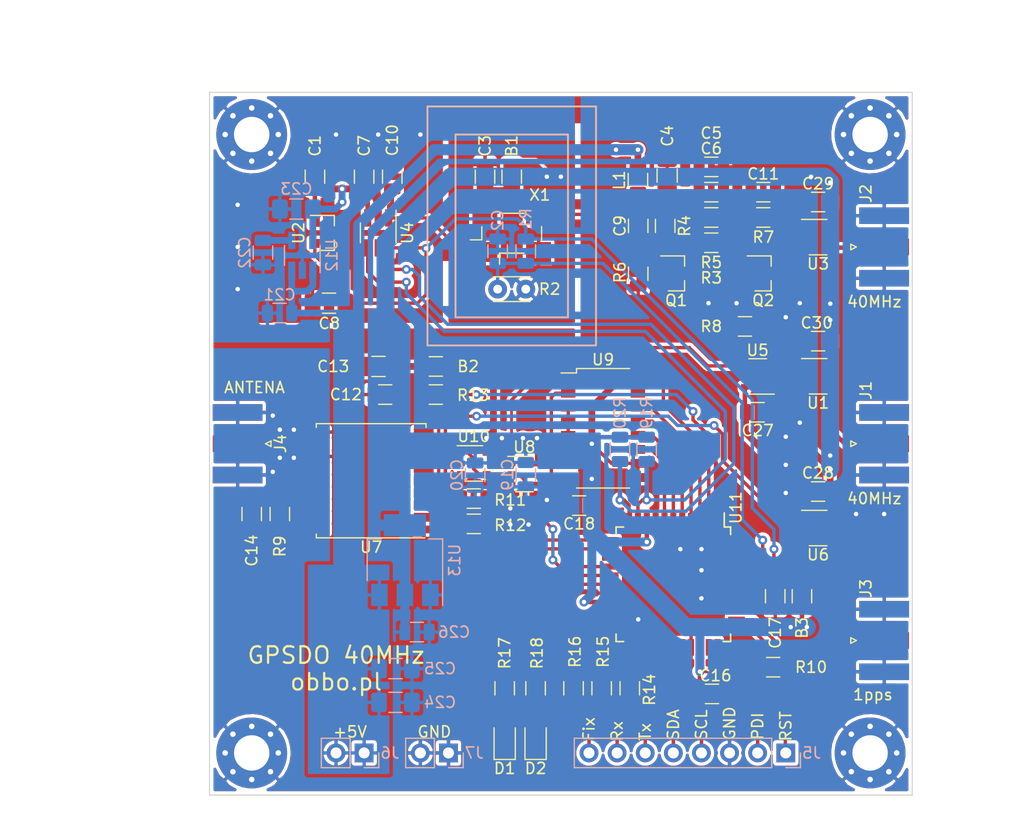
<source format=kicad_pcb>
(kicad_pcb (version 20171130) (host pcbnew "(5.1.7)-1")
  (layers (0 F.Cu signal) (31 B.Cu signal) (34 B.Paste user hide) (35 F.Paste user hide) (36 B.SilkS user) (37 F.SilkS user) (38 B.Mask user hide) (39 F.Mask user hide) (44 Edge.Cuts user))
  (net 0 "")
  (net 1 "Net-(B1-Pad2)")
  (net 2 +3V3)
  (net 3 "Net-(B2-Pad2)")
  (net 4 GND)
  (net 5 VTEMP)
  (net 6 VDD)
  (net 7 +5V)
  (net 8 VREF2.5V)
  (net 9 "Net-(C9-Pad2)")
  (net 10 "Net-(C9-Pad1)")
  (net 11 Vadj)
  (net 12 "Net-(C11-Pad1)")
  (net 13 "Net-(C14-Pad1)")
  (net 14 "Net-(C22-Pad1)")
  (net 15 "Net-(D1-Pad2)")
  (net 16 "Net-(D2-Pad2)")
  (net 17 OUT_TX)
  (net 18 OUT_RX)
  (net 19 OUT_SCL)
  (net 20 OUT_SDA)
  (net 21 "Net-(Q1-Pad2)")
  (net 22 "Net-(Q2-Pad3)")
  (net 23 "Net-(R11-Pad2)")
  (net 24 GPS_RX)
  (net 25 GPS_TX)
  (net 26 "Net-(R12-Pad1)")
  (net 27 GPS_RESET)
  (net 28 "Net-(R13-Pad1)")
  (net 29 SDA)
  (net 30 SCL)
  (net 31 CLK)
  (net 32 1PPS)
  (net 33 "Net-(U7-Pad18)")
  (net 34 "Net-(U7-Pad17)")
  (net 35 "Net-(U7-Pad16)")
  (net 36 "Net-(U7-Pad13)")
  (net 37 "Net-(U7-Pad5)")
  (net 38 "Net-(U9-Pad15)")
  (net 39 LED2)
  (net 40 LED1)
  (net 41 MR)
  (net 42 "Net-(B3-Pad2)")
  (net 43 "Net-(C4-Pad1)")
  (net 44 RESET)
  (net 45 PDI)
  (net 46 "Net-(J1-Pad1)")
  (net 47 "Net-(J2-Pad1)")
  (net 48 "Net-(J3-Pad1)")
  (net 49 "Net-(J4-Pad1)")
  (net 50 "Net-(J5-Pad8)")
  (net 51 "Net-(J5-Pad7)")
  (net 52 "Net-(J5-Pad6)")
  (net 53 "Net-(R9-Pad1)")
  (net 54 "Net-(U8-Pad4)")
  (net 55 "Net-(U11-Pad44)")
  (net 56 "Net-(U11-Pad43)")
  (net 57 "Net-(U11-Pad42)")
  (net 58 "Net-(U11-Pad37)")
  (net 59 "Net-(U11-Pad36)")
  (net 60 "Net-(U11-Pad33)")
  (net 61 "Net-(U11-Pad32)")
  (net 62 "Net-(U11-Pad27)")
  (net 63 "Net-(U11-Pad26)")
  (net 64 "Net-(U11-Pad25)")
  (net 65 "Net-(U11-Pad24)")
  (net 66 "Net-(U11-Pad21)")
  (net 67 "Net-(U11-Pad14)")
  (net 68 "Net-(U11-Pad1)")
  (net 69 FIX)
  (net 70 1PPS_GATE)
  (net 71 Q0)
  (net 72 Q1)
  (net 73 Q2)
  (net 74 Q3)
  (module MountingHole:MountingHole_3.2mm_M3_Pad_Via (layer F.Cu) (at 99.06 139.7)
    (fp_text reference H4 hide)
    (fp_text value MountingHole_Pad)
    (pad 1 thru_hole circle (at 1.697056 -1.697056) (size 0.8 0.8) (drill 0.5) (layers *.Cu *.Mask) (net 4 GND))
    (pad 1 thru_hole circle (at 0 -2.4) (size 0.8 0.8) (drill 0.5) (layers *.Cu *.Mask) (net 4 GND))
    (pad 1 thru_hole circle (at -1.697056 -1.697056) (size 0.8 0.8) (drill 0.5) (layers *.Cu *.Mask) (net 4 GND))
    (pad 1 thru_hole circle (at -2.4 0) (size 0.8 0.8) (drill 0.5) (layers *.Cu *.Mask) (net 4 GND))
    (pad 1 thru_hole circle (at -1.697056 1.697056) (size 0.8 0.8) (drill 0.5) (layers *.Cu *.Mask) (net 4 GND))
    (pad 1 thru_hole circle (at 0 2.4) (size 0.8 0.8) (drill 0.5) (layers *.Cu *.Mask) (net 4 GND))
    (pad 1 thru_hole circle (at 1.697056 1.697056) (size 0.8 0.8) (drill 0.5) (layers *.Cu *.Mask) (net 4 GND))
    (pad 1 thru_hole circle (at 2.4 0) (size 0.8 0.8) (drill 0.5) (layers *.Cu *.Mask) (net 4 GND))
    (pad 1 thru_hole circle (at 0 0) (size 6.4 6.4) (drill 3.2) (layers *.Cu *.Mask) (net 4 GND))
  )
  (module MountingHole:MountingHole_3.2mm_M3_Pad_Via (layer F.Cu) (at 154.94 139.7)
    (fp_text reference H3 hide)
    (fp_text value MountingHole_Pad)
    (pad 1 thru_hole circle (at 1.697056 -1.697056) (size 0.8 0.8) (drill 0.5) (layers *.Cu *.Mask) (net 4 GND))
    (pad 1 thru_hole circle (at 0 -2.4) (size 0.8 0.8) (drill 0.5) (layers *.Cu *.Mask) (net 4 GND))
    (pad 1 thru_hole circle (at -1.697056 -1.697056) (size 0.8 0.8) (drill 0.5) (layers *.Cu *.Mask) (net 4 GND))
    (pad 1 thru_hole circle (at -2.4 0) (size 0.8 0.8) (drill 0.5) (layers *.Cu *.Mask) (net 4 GND))
    (pad 1 thru_hole circle (at -1.697056 1.697056) (size 0.8 0.8) (drill 0.5) (layers *.Cu *.Mask) (net 4 GND))
    (pad 1 thru_hole circle (at 0 2.4) (size 0.8 0.8) (drill 0.5) (layers *.Cu *.Mask) (net 4 GND))
    (pad 1 thru_hole circle (at 1.697056 1.697056) (size 0.8 0.8) (drill 0.5) (layers *.Cu *.Mask) (net 4 GND))
    (pad 1 thru_hole circle (at 2.4 0) (size 0.8 0.8) (drill 0.5) (layers *.Cu *.Mask) (net 4 GND))
    (pad 1 thru_hole circle (at 0 0) (size 6.4 6.4) (drill 3.2) (layers *.Cu *.Mask) (net 4 GND))
  )
  (module MountingHole:MountingHole_3.2mm_M3_Pad_Via (layer F.Cu) (at 154.94 83.82)
    (fp_text reference H2 hide)
    (fp_text value MountingHole_Pad)
    (pad 1 thru_hole circle (at 1.697056 -1.697056) (size 0.8 0.8) (drill 0.5) (layers *.Cu *.Mask) (net 4 GND))
    (pad 1 thru_hole circle (at 0 -2.4) (size 0.8 0.8) (drill 0.5) (layers *.Cu *.Mask) (net 4 GND))
    (pad 1 thru_hole circle (at -1.697056 -1.697056) (size 0.8 0.8) (drill 0.5) (layers *.Cu *.Mask) (net 4 GND))
    (pad 1 thru_hole circle (at -2.4 0) (size 0.8 0.8) (drill 0.5) (layers *.Cu *.Mask) (net 4 GND))
    (pad 1 thru_hole circle (at -1.697056 1.697056) (size 0.8 0.8) (drill 0.5) (layers *.Cu *.Mask) (net 4 GND))
    (pad 1 thru_hole circle (at 0 2.4) (size 0.8 0.8) (drill 0.5) (layers *.Cu *.Mask) (net 4 GND))
    (pad 1 thru_hole circle (at 1.697056 1.697056) (size 0.8 0.8) (drill 0.5) (layers *.Cu *.Mask) (net 4 GND))
    (pad 1 thru_hole circle (at 2.4 0) (size 0.8 0.8) (drill 0.5) (layers *.Cu *.Mask) (net 4 GND))
    (pad 1 thru_hole circle (at 0 0) (size 6.4 6.4) (drill 3.2) (layers *.Cu *.Mask) (net 4 GND))
  )
  (module MountingHole:MountingHole_3.2mm_M3_Pad_Via (layer F.Cu) (at 99.06 83.82)
    (fp_text reference H1 hide)
    (fp_text value MountingHole_Pad)
    (pad 1 thru_hole circle (at 1.697056 -1.697056) (size 0.8 0.8) (drill 0.5) (layers *.Cu *.Mask) (net 4 GND))
    (pad 1 thru_hole circle (at 0 -2.4) (size 0.8 0.8) (drill 0.5) (layers *.Cu *.Mask) (net 4 GND))
    (pad 1 thru_hole circle (at -1.697056 -1.697056) (size 0.8 0.8) (drill 0.5) (layers *.Cu *.Mask) (net 4 GND))
    (pad 1 thru_hole circle (at -2.4 0) (size 0.8 0.8) (drill 0.5) (layers *.Cu *.Mask) (net 4 GND))
    (pad 1 thru_hole circle (at -1.697056 1.697056) (size 0.8 0.8) (drill 0.5) (layers *.Cu *.Mask) (net 4 GND))
    (pad 1 thru_hole circle (at 0 2.4) (size 0.8 0.8) (drill 0.5) (layers *.Cu *.Mask) (net 4 GND))
    (pad 1 thru_hole circle (at 1.697056 1.697056) (size 0.8 0.8) (drill 0.5) (layers *.Cu *.Mask) (net 4 GND))
    (pad 1 thru_hole circle (at 2.4 0) (size 0.8 0.8) (drill 0.5) (layers *.Cu *.Mask) (net 4 GND))
    (pad 1 thru_hole circle (at 0 0) (size 6.4 6.4) (drill 3.2) (layers *.Cu *.Mask) (net 4 GND))
  )
  (module obbo_footprints:C_0805K (layer B.Cu) (at 113.9952 128.778)
    (fp_text reference C26 (at 3.3528 0 180) (layer B.SilkS) (effects (justify mirror)))
    (fp_text value 100n)
    (pad 2 smd roundrect (at 1.1 0) (size 1 1.5) (layers B.Cu B.Paste B.Mask) (roundrect_rratio 0.2) (net 4 GND))
    (pad 1 smd roundrect (at -1.1 0) (size 1 1.5) (layers B.Cu B.Paste B.Mask) (roundrect_rratio 0.2) (net 2 +3V3))
  )
  (module Package_TO_SOT_SMD:SOT-223-3_TabPin2 (layer B.Cu) (at 112.903 122.276 90)
    (fp_text reference U13 (at 0 4.5 90) (layer B.SilkS) (effects (justify mirror)))
    (fp_text value LM1117-3.3)
    (pad 1 smd rect (at -3.15 2.3 90) (size 2 1.5) (layers B.Cu B.Paste B.Mask) (net 4 GND))
    (pad 3 smd rect (at -3.15 -2.3 90) (size 2 1.5) (layers B.Cu B.Paste B.Mask) (net 7 +5V))
    (pad 2 smd rect (at -3.15 0 90) (size 2 1.5) (layers B.Cu B.Paste B.Mask) (net 2 +3V3))
    (pad 2 smd rect (at 3.15 0 90) (size 2 3.8) (layers B.Cu B.Paste B.Mask) (net 2 +3V3))
  )
  (module Connector_PinHeader_2.54mm:PinHeader_1x08_P2.54mm_Vertical (layer B.Cu) (at 147.32 139.7 90)
    (fp_text reference J5 (at 0 2.33) (layer B.SilkS) (effects (justify mirror)))
    (fp_text value Conn_01x08)
    (pad 8 thru_hole oval (at 0 -17.78 90) (size 1.7 1.7) (drill 1) (layers *.Cu *.Mask) (net 50 "Net-(J5-Pad8)"))
    (pad 7 thru_hole oval (at 0 -15.24 90) (size 1.7 1.7) (drill 1) (layers *.Cu *.Mask) (net 51 "Net-(J5-Pad7)"))
    (pad 6 thru_hole oval (at 0 -12.7 90) (size 1.7 1.7) (drill 1) (layers *.Cu *.Mask) (net 52 "Net-(J5-Pad6)"))
    (pad 5 thru_hole oval (at 0 -10.16 90) (size 1.7 1.7) (drill 1) (layers *.Cu *.Mask) (net 20 OUT_SDA))
    (pad 4 thru_hole oval (at 0 -7.62 90) (size 1.7 1.7) (drill 1) (layers *.Cu *.Mask) (net 19 OUT_SCL))
    (pad 3 thru_hole oval (at 0 -5.08 90) (size 1.7 1.7) (drill 1) (layers *.Cu *.Mask) (net 4 GND))
    (pad 2 thru_hole oval (at 0 -2.54 90) (size 1.7 1.7) (drill 1) (layers *.Cu *.Mask) (net 45 PDI))
    (pad 1 thru_hole rect (at 0 0 90) (size 1.7 1.7) (drill 1) (layers *.Cu *.Mask) (net 44 RESET))
  )
  (module obbo_footprints:C_0805K (layer B.Cu) (at 119.253 114.597 270)
    (fp_text reference C20 (at 0 1.65 270) (layer B.SilkS) (effects (justify mirror)))
    (fp_text value 10n)
    (pad 2 smd roundrect (at 1.1 0 270) (size 1 1.5) (layers B.Cu B.Paste B.Mask) (roundrect_rratio 0.2) (net 4 GND))
    (pad 1 smd roundrect (at -1.1 0 270) (size 1 1.5) (layers B.Cu B.Paste B.Mask) (roundrect_rratio 0.2) (net 2 +3V3))
  )
  (module Package_QFP:TQFP-44_10x10mm_P0.8mm (layer F.Cu) (at 137.16 124.46 270)
    (fp_text reference U11 (at -6.9215 -5.6515 90) (layer F.SilkS))
    (fp_text value ATxmega32A4U-AU)
    (pad 44 smd rect (at -4 -5.7) (size 1.5 0.55) (layers F.Cu F.Paste F.Mask) (net 55 "Net-(U11-Pad44)"))
    (pad 43 smd rect (at -3.2 -5.7) (size 1.5 0.55) (layers F.Cu F.Paste F.Mask) (net 56 "Net-(U11-Pad43)"))
    (pad 42 smd rect (at -2.4 -5.7) (size 1.5 0.55) (layers F.Cu F.Paste F.Mask) (net 57 "Net-(U11-Pad42)"))
    (pad 41 smd rect (at -1.6 -5.7) (size 1.5 0.55) (layers F.Cu F.Paste F.Mask) (net 5 VTEMP))
    (pad 40 smd rect (at -0.8 -5.7) (size 1.5 0.55) (layers F.Cu F.Paste F.Mask) (net 8 VREF2.5V))
    (pad 39 smd rect (at 0 -5.7) (size 1.5 0.55) (layers F.Cu F.Paste F.Mask) (net 42 "Net-(B3-Pad2)"))
    (pad 38 smd rect (at 0.8 -5.7) (size 1.5 0.55) (layers F.Cu F.Paste F.Mask) (net 4 GND))
    (pad 37 smd rect (at 1.6 -5.7) (size 1.5 0.55) (layers F.Cu F.Paste F.Mask) (net 58 "Net-(U11-Pad37)"))
    (pad 36 smd rect (at 2.4 -5.7) (size 1.5 0.55) (layers F.Cu F.Paste F.Mask) (net 59 "Net-(U11-Pad36)"))
    (pad 35 smd rect (at 3.2 -5.7) (size 1.5 0.55) (layers F.Cu F.Paste F.Mask) (net 44 RESET))
    (pad 34 smd rect (at 4 -5.7) (size 1.5 0.55) (layers F.Cu F.Paste F.Mask) (net 45 PDI))
    (pad 33 smd rect (at 5.7 -4 270) (size 1.5 0.55) (layers F.Cu F.Paste F.Mask) (net 60 "Net-(U11-Pad33)"))
    (pad 32 smd rect (at 5.7 -3.2 270) (size 1.5 0.55) (layers F.Cu F.Paste F.Mask) (net 61 "Net-(U11-Pad32)"))
    (pad 31 smd rect (at 5.7 -2.4 270) (size 1.5 0.55) (layers F.Cu F.Paste F.Mask) (net 2 +3V3))
    (pad 30 smd rect (at 5.7 -1.6 270) (size 1.5 0.55) (layers F.Cu F.Paste F.Mask) (net 4 GND))
    (pad 29 smd rect (at 5.7 -0.8 270) (size 1.5 0.55) (layers F.Cu F.Paste F.Mask) (net 19 OUT_SCL))
    (pad 28 smd rect (at 5.7 0 270) (size 1.5 0.55) (layers F.Cu F.Paste F.Mask) (net 20 OUT_SDA))
    (pad 27 smd rect (at 5.7 0.8 270) (size 1.5 0.55) (layers F.Cu F.Paste F.Mask) (net 62 "Net-(U11-Pad27)"))
    (pad 26 smd rect (at 5.7 1.6 270) (size 1.5 0.55) (layers F.Cu F.Paste F.Mask) (net 63 "Net-(U11-Pad26)"))
    (pad 25 smd rect (at 5.7 2.4 270) (size 1.5 0.55) (layers F.Cu F.Paste F.Mask) (net 64 "Net-(U11-Pad25)"))
    (pad 24 smd rect (at 5.7 3.2 270) (size 1.5 0.55) (layers F.Cu F.Paste F.Mask) (net 65 "Net-(U11-Pad24)"))
    (pad 23 smd rect (at 5.7 4 270) (size 1.5 0.55) (layers F.Cu F.Paste F.Mask) (net 17 OUT_TX))
    (pad 22 smd rect (at 4 5.7) (size 1.5 0.55) (layers F.Cu F.Paste F.Mask) (net 18 OUT_RX))
    (pad 21 smd rect (at 3.2 5.7) (size 1.5 0.55) (layers F.Cu F.Paste F.Mask) (net 66 "Net-(U11-Pad21)"))
    (pad 20 smd rect (at 2.4 5.7) (size 1.5 0.55) (layers F.Cu F.Paste F.Mask) (net 69 FIX))
    (pad 19 smd rect (at 1.6 5.7) (size 1.5 0.55) (layers F.Cu F.Paste F.Mask) (net 2 +3V3))
    (pad 18 smd rect (at 0.8 5.7) (size 1.5 0.55) (layers F.Cu F.Paste F.Mask) (net 4 GND))
    (pad 17 smd rect (at 0 5.7) (size 1.5 0.55) (layers F.Cu F.Paste F.Mask) (net 39 LED2))
    (pad 16 smd rect (at -0.8 5.7) (size 1.5 0.55) (layers F.Cu F.Paste F.Mask) (net 40 LED1))
    (pad 15 smd rect (at -1.6 5.7) (size 1.5 0.55) (layers F.Cu F.Paste F.Mask) (net 70 1PPS_GATE))
    (pad 14 smd rect (at -2.4 5.7) (size 1.5 0.55) (layers F.Cu F.Paste F.Mask) (net 67 "Net-(U11-Pad14)"))
    (pad 13 smd rect (at -3.2 5.7) (size 1.5 0.55) (layers F.Cu F.Paste F.Mask) (net 24 GPS_RX))
    (pad 12 smd rect (at -4 5.7) (size 1.5 0.55) (layers F.Cu F.Paste F.Mask) (net 25 GPS_TX))
    (pad 11 smd rect (at -5.7 4 270) (size 1.5 0.55) (layers F.Cu F.Paste F.Mask) (net 30 SCL))
    (pad 10 smd rect (at -5.7 3.2 270) (size 1.5 0.55) (layers F.Cu F.Paste F.Mask) (net 29 SDA))
    (pad 9 smd rect (at -5.7 2.4 270) (size 1.5 0.55) (layers F.Cu F.Paste F.Mask) (net 2 +3V3))
    (pad 8 smd rect (at -5.7 1.6 270) (size 1.5 0.55) (layers F.Cu F.Paste F.Mask) (net 4 GND))
    (pad 7 smd rect (at -5.7 0.8 270) (size 1.5 0.55) (layers F.Cu F.Paste F.Mask) (net 74 Q3))
    (pad 6 smd rect (at -5.7 0 270) (size 1.5 0.55) (layers F.Cu F.Paste F.Mask) (net 73 Q2))
    (pad 5 smd rect (at -5.7 -0.8 270) (size 1.5 0.55) (layers F.Cu F.Paste F.Mask) (net 72 Q1))
    (pad 4 smd rect (at -5.7 -1.6 270) (size 1.5 0.55) (layers F.Cu F.Paste F.Mask) (net 71 Q0))
    (pad 3 smd rect (at -5.7 -2.4 270) (size 1.5 0.55) (layers F.Cu F.Paste F.Mask) (net 41 MR))
    (pad 2 smd rect (at -5.7 -3.2 270) (size 1.5 0.55) (layers F.Cu F.Paste F.Mask) (net 27 GPS_RESET))
    (pad 1 smd rect (at -5.7 -4 270) (size 1.5 0.55) (layers F.Cu F.Paste F.Mask) (net 68 "Net-(U11-Pad1)"))
  )
  (module Connector_PinHeader_2.54mm:PinHeader_1x02_P2.54mm_Vertical (layer B.Cu) (at 116.84 139.7 90)
    (fp_text reference J7 (at 0 2.33) (layer B.SilkS) (effects (justify mirror)))
    (fp_text value Conn_01x02)
    (pad 2 thru_hole oval (at 0 -2.54 90) (size 1.7 1.7) (drill 1) (layers *.Cu *.Mask) (net 4 GND))
    (pad 1 thru_hole rect (at 0 0 90) (size 1.7 1.7) (drill 1) (layers *.Cu *.Mask) (net 4 GND))
  )
  (module Connector_PinHeader_2.54mm:PinHeader_1x02_P2.54mm_Vertical (layer B.Cu) (at 109.22 139.7 90)
    (fp_text reference J6 (at 0 2.33) (layer B.SilkS) (effects (justify mirror)))
    (fp_text value Conn_01x02)
    (pad 2 thru_hole oval (at 0 -2.54 90) (size 1.7 1.7) (drill 1) (layers *.Cu *.Mask) (net 7 +5V))
    (pad 1 thru_hole rect (at 0 0 90) (size 1.7 1.7) (drill 1) (layers *.Cu *.Mask) (net 7 +5V))
  )
  (module Package_SO:TSOP-5_1.65x3.05mm_P0.95mm (layer F.Cu) (at 150.241 93.091)
    (fp_text reference U3 (at 0 2.413) (layer F.SilkS))
    (fp_text value 74LVC1G14)
    (pad 5 smd rect (at 1.16 -0.95) (size 0.7 0.51) (layers F.Cu F.Paste F.Mask) (net 2 +3V3))
    (pad 4 smd rect (at 1.16 0.95) (size 0.7 0.51) (layers F.Cu F.Paste F.Mask) (net 47 "Net-(J2-Pad1)"))
    (pad 3 smd rect (at -1.16 0.95) (size 0.7 0.51) (layers F.Cu F.Paste F.Mask) (net 4 GND))
    (pad 2 smd rect (at -1.16 0) (size 0.7 0.51) (layers F.Cu F.Paste F.Mask) (net 22 "Net-(Q2-Pad3)"))
    (pad 1 smd rect (at -1.16 -0.95) (size 0.7 0.51) (layers F.Cu F.Paste F.Mask))
  )
  (module Package_SO:TSOP-5_1.65x3.05mm_P0.95mm (layer F.Cu) (at 150.241 105.664)
    (fp_text reference U1 (at 0 2.413) (layer F.SilkS))
    (fp_text value 74LVC1G14)
    (pad 5 smd rect (at 1.16 -0.95) (size 0.7 0.51) (layers F.Cu F.Paste F.Mask) (net 2 +3V3))
    (pad 4 smd rect (at 1.16 0.95) (size 0.7 0.51) (layers F.Cu F.Paste F.Mask) (net 46 "Net-(J1-Pad1)"))
    (pad 3 smd rect (at -1.16 0.95) (size 0.7 0.51) (layers F.Cu F.Paste F.Mask) (net 4 GND))
    (pad 2 smd rect (at -1.16 0) (size 0.7 0.51) (layers F.Cu F.Paste F.Mask) (net 22 "Net-(Q2-Pad3)"))
    (pad 1 smd rect (at -1.16 -0.95) (size 0.7 0.51) (layers F.Cu F.Paste F.Mask))
  )
  (module obbo_footprints:C_0805K (layer F.Cu) (at 150.241 102.489 180)
    (fp_text reference C30 (at 0.127 1.651) (layer F.SilkS))
    (fp_text value 10n)
    (pad 2 smd roundrect (at 1.1 0 180) (size 1 1.5) (layers F.Cu F.Paste F.Mask) (roundrect_rratio 0.2) (net 4 GND))
    (pad 1 smd roundrect (at -1.1 0 180) (size 1 1.5) (layers F.Cu F.Paste F.Mask) (roundrect_rratio 0.2) (net 2 +3V3))
  )
  (module obbo_footprints:R_0805K (layer F.Cu) (at 148.7805 125.5395 90)
    (fp_text reference B3 (at -2.8575 0 90) (layer F.SilkS))
    (fp_text value bead)
    (pad 2 smd roundrect (at 1.1 0 90) (size 1 1.5) (layers F.Cu F.Paste F.Mask) (roundrect_rratio 0.2) (net 42 "Net-(B3-Pad2)"))
    (pad 1 smd roundrect (at -1.1 0 90) (size 1 1.5) (layers F.Cu F.Paste F.Mask) (roundrect_rratio 0.2) (net 2 +3V3))
  )
  (module obbo_footprints:Thermistor_PTC_D2.0mm_W2.0mm_P2.54mm (layer F.Cu) (at 123.825 97.79 180)
    (fp_text reference R2 (at -2.159 0) (layer F.SilkS))
    (fp_text value PTC-SOD70)
    (pad 1 thru_hole circle (at 0 0 180) (size 1.7 1.7) (drill 0.8) (layers *.Cu *.Mask) (net 4 GND))
    (pad 2 thru_hole circle (at 2.54 0 180) (size 1.7 1.7) (drill 0.8) (layers *.Cu *.Mask) (net 5 VTEMP))
  )
  (module obbo_footprints:ublox_MAX (layer F.Cu) (at 109.855 115.105 180)
    (fp_text reference U7 (at 0 -6) (layer F.SilkS))
    (fp_text value MAX-M8W)
    (pad 18 smd rect (at 4.75 -4.4 180) (size 1.8 0.7) (layers F.Cu F.Paste F.Mask) (net 33 "Net-(U7-Pad18)"))
    (pad 17 smd rect (at 4.75 -3.3 180) (size 1.8 0.8) (layers F.Cu F.Paste F.Mask) (net 34 "Net-(U7-Pad17)"))
    (pad 16 smd rect (at 4.75 -2.2 180) (size 1.8 0.8) (layers F.Cu F.Paste F.Mask) (net 35 "Net-(U7-Pad16)"))
    (pad 15 smd rect (at 4.75 -1.1 180) (size 1.8 0.8) (layers F.Cu F.Paste F.Mask) (net 53 "Net-(R9-Pad1)"))
    (pad 14 smd rect (at 4.75 0 180) (size 1.8 0.8) (layers F.Cu F.Paste F.Mask) (net 13 "Net-(C14-Pad1)"))
    (pad 13 smd rect (at 4.75 1.1 180) (size 1.8 0.8) (layers F.Cu F.Paste F.Mask) (net 36 "Net-(U7-Pad13)"))
    (pad 12 smd rect (at 4.75 2.2 180) (size 1.8 0.8) (layers F.Cu F.Paste F.Mask) (net 4 GND))
    (pad 11 smd rect (at 4.75 3.3 180) (size 1.8 0.8) (layers F.Cu F.Paste F.Mask) (net 49 "Net-(J4-Pad1)"))
    (pad 10 smd rect (at 4.75 4.4 180) (size 1.8 0.7) (layers F.Cu F.Paste F.Mask) (net 4 GND))
    (pad 9 smd rect (at -4.75 4.4 180) (size 1.8 0.7) (layers F.Cu F.Paste F.Mask) (net 28 "Net-(R13-Pad1)"))
    (pad 8 smd rect (at -4.75 3.3 180) (size 1.8 0.8) (layers F.Cu F.Paste F.Mask) (net 3 "Net-(B2-Pad2)"))
    (pad 7 smd rect (at -4.75 2.2 180) (size 1.8 0.8) (layers F.Cu F.Paste F.Mask) (net 3 "Net-(B2-Pad2)"))
    (pad 6 smd rect (at -4.75 1.1 180) (size 1.8 0.8) (layers F.Cu F.Paste F.Mask) (net 3 "Net-(B2-Pad2)"))
    (pad 5 smd rect (at -4.75 0 180) (size 1.8 0.8) (layers F.Cu F.Paste F.Mask) (net 37 "Net-(U7-Pad5)"))
    (pad 4 smd rect (at -4.75 -1.1 180) (size 1.8 0.8) (layers F.Cu F.Paste F.Mask) (net 32 1PPS))
    (pad 3 smd rect (at -4.75 -2.2 180) (size 1.8 0.8) (layers F.Cu F.Paste F.Mask) (net 23 "Net-(R11-Pad2)"))
    (pad 2 smd rect (at -4.75 -3.3 180) (size 1.8 0.8) (layers F.Cu F.Paste F.Mask) (net 26 "Net-(R12-Pad1)"))
    (pad 1 smd rect (at -4.75 -4.4 180) (size 1.8 0.7) (layers F.Cu F.Paste F.Mask) (net 4 GND))
  )
  (module obbo_footprints:Oscillator_SMD_ILSI-4Pin_5.0mmx3.2mm_HandSoldering (layer F.Cu) (at 122.555 92.7354)
    (fp_text reference X1 (at 2.54 -3.4544) (layer F.SilkS))
    (fp_text value TCVCXO-I733-2P3-40MHz)
    (pad 1 smd rect (at -2.425 1.7) (size 2.25 1.8) (layers F.Cu F.Paste F.Mask) (net 11 Vadj))
    (pad 2 smd rect (at 2.425 1.7) (size 2.25 1.8) (layers F.Cu F.Paste F.Mask) (net 4 GND))
    (pad 3 smd rect (at 2.425 -1.7) (size 2.25 1.8) (layers F.Cu F.Paste F.Mask) (net 10 "Net-(C9-Pad1)"))
    (pad 4 smd rect (at -2.425 -1.7) (size 2.25 1.8) (layers F.Cu F.Paste F.Mask) (net 1 "Net-(B1-Pad2)"))
  )
  (module Package_TO_SOT_SMD:SOT-23 (layer F.Cu) (at 145.2372 96.3676)
    (fp_text reference Q2 (at 0.0508 2.4384) (layer F.SilkS))
    (fp_text value MMBT3906LT1G)
    (pad 3 smd rect (at 1 0) (size 0.9 0.8) (layers F.Cu F.Paste F.Mask) (net 22 "Net-(Q2-Pad3)"))
    (pad 2 smd rect (at -1 0.95) (size 0.9 0.8) (layers F.Cu F.Paste F.Mask) (net 21 "Net-(Q1-Pad2)"))
    (pad 1 smd rect (at -1 -0.95) (size 0.9 0.8) (layers F.Cu F.Paste F.Mask) (net 12 "Net-(C11-Pad1)"))
  )
  (module Package_TO_SOT_SMD:SOT-23 (layer F.Cu) (at 137.414 96.3676)
    (fp_text reference Q1 (at 0 2.4384) (layer F.SilkS))
    (fp_text value MMBT3906LT1G)
    (pad 3 smd rect (at 1 0) (size 0.9 0.8) (layers F.Cu F.Paste F.Mask) (net 4 GND))
    (pad 2 smd rect (at -1 0.95) (size 0.9 0.8) (layers F.Cu F.Paste F.Mask) (net 21 "Net-(Q1-Pad2)"))
    (pad 1 smd rect (at -1 -0.95) (size 0.9 0.8) (layers F.Cu F.Paste F.Mask) (net 9 "Net-(C9-Pad2)"))
  )
  (module obbo_footprints:C_0805K (layer F.Cu) (at 144.78 108.9152)
    (fp_text reference C27 (at 0 1.651) (layer F.SilkS))
    (fp_text value 10n)
    (pad 2 smd roundrect (at 1.1 0) (size 1 1.5) (layers F.Cu F.Paste F.Mask) (roundrect_rratio 0.2) (net 4 GND))
    (pad 1 smd roundrect (at -1.1 0) (size 1 1.5) (layers F.Cu F.Paste F.Mask) (roundrect_rratio 0.2) (net 2 +3V3))
  )
  (module obbo_footprints:C_0805K (layer F.Cu) (at 109.22 87.63 90)
    (fp_text reference C7 (at 2.794 0 90) (layer F.SilkS))
    (fp_text value 100n)
    (pad 2 smd roundrect (at 1.1 0 90) (size 1 1.5) (layers F.Cu F.Paste F.Mask) (roundrect_rratio 0.2) (net 4 GND))
    (pad 1 smd roundrect (at -1.1 0 90) (size 1 1.5) (layers F.Cu F.Paste F.Mask) (roundrect_rratio 0.2) (net 6 VDD))
  )
  (module obbo_footprints:C_0805K (layer F.Cu) (at 133.985 92.075 270)
    (fp_text reference C9 (at 0 1.651 90) (layer F.SilkS))
    (fp_text value 10n)
    (pad 2 smd roundrect (at 1.1 0 270) (size 1 1.5) (layers F.Cu F.Paste F.Mask) (roundrect_rratio 0.2) (net 9 "Net-(C9-Pad2)"))
    (pad 1 smd roundrect (at -1.1 0 270) (size 1 1.5) (layers F.Cu F.Paste F.Mask) (roundrect_rratio 0.2) (net 10 "Net-(C9-Pad1)"))
  )
  (module obbo_footprints:L_0805K (layer F.Cu) (at 133.9596 87.9348 270)
    (fp_text reference L1 (at 0.0127 1.6891 90) (layer F.SilkS))
    (fp_text value 220n)
    (pad 2 smd roundrect (at 1.1 0 270) (size 1 1.5) (layers F.Cu F.Paste F.Mask) (roundrect_rratio 0.2) (net 43 "Net-(C4-Pad1)"))
    (pad 1 smd roundrect (at -1.1 0 270) (size 1 1.5) (layers F.Cu F.Paste F.Mask) (roundrect_rratio 0.2) (net 7 +5V))
  )
  (module obbo_footprints:R_0805K (layer F.Cu) (at 136.4234 92.075 270)
    (fp_text reference R4 (at 0 -1.7526 90) (layer F.SilkS))
    (fp_text value 3k3)
    (pad 2 smd roundrect (at 1.1 0 270) (size 1 1.5) (layers F.Cu F.Paste F.Mask) (roundrect_rratio 0.2) (net 9 "Net-(C9-Pad2)"))
    (pad 1 smd roundrect (at -1.1 0 270) (size 1 1.5) (layers F.Cu F.Paste F.Mask) (roundrect_rratio 0.2) (net 43 "Net-(C4-Pad1)"))
  )
  (module obbo_footprints:R_0805K (layer B.Cu) (at 132.334 112.268 270)
    (fp_text reference R20 (at -3.302 0 270) (layer B.SilkS) (effects (justify mirror)))
    (fp_text value 2k2)
    (pad 2 smd roundrect (at 1.1 0 270) (size 1 1.5) (layers B.Cu B.Paste B.Mask) (roundrect_rratio 0.2) (net 30 SCL))
    (pad 1 smd roundrect (at -1.1 0 270) (size 1 1.5) (layers B.Cu B.Paste B.Mask) (roundrect_rratio 0.2) (net 2 +3V3))
  )
  (module obbo_footprints:R_0805K (layer F.Cu) (at 146.177 131.953)
    (fp_text reference R10 (at 3.429 0) (layer F.SilkS))
    (fp_text value 22k)
    (pad 2 smd roundrect (at 1.1 0) (size 1 1.5) (layers F.Cu F.Paste F.Mask) (roundrect_rratio 0.2) (net 44 RESET))
    (pad 1 smd roundrect (at -1.1 0) (size 1 1.5) (layers F.Cu F.Paste F.Mask) (roundrect_rratio 0.2) (net 2 +3V3))
  )
  (module obbo_footprints:R_0805K (layer F.Cu) (at 122.555 87.63 270)
    (fp_text reference B1 (at -2.794 0 90) (layer F.SilkS))
    (fp_text value bead)
    (pad 2 smd roundrect (at 1.1 0 270) (size 1 1.5) (layers F.Cu F.Paste F.Mask) (roundrect_rratio 0.2) (net 1 "Net-(B1-Pad2)"))
    (pad 1 smd roundrect (at -1.1 0 270) (size 1 1.5) (layers F.Cu F.Paste F.Mask) (roundrect_rratio 0.2) (net 2 +3V3))
  )
  (module obbo_footprints:C_0805K (layer B.Cu) (at 121.285 94.361 90)
    (fp_text reference C2 (at 2.794 0 90) (layer B.SilkS) (effects (justify mirror)))
    (fp_text value 100n)
    (pad 2 smd roundrect (at 1.1 0 90) (size 1 1.5) (layers B.Cu B.Paste B.Mask) (roundrect_rratio 0.2) (net 4 GND))
    (pad 1 smd roundrect (at -1.1 0 90) (size 1 1.5) (layers B.Cu B.Paste B.Mask) (roundrect_rratio 0.2) (net 5 VTEMP))
  )
  (module Package_SO:TSOP-5_1.65x3.05mm_P0.95mm (layer F.Cu) (at 123.698 114.5032)
    (fp_text reference U8 (at 0 -2.45) (layer F.SilkS))
    (fp_text value 74LVC1G08)
    (pad 5 smd rect (at 1.16 -0.95) (size 0.7 0.51) (layers F.Cu F.Paste F.Mask) (net 2 +3V3))
    (pad 4 smd rect (at 1.16 0.95) (size 0.7 0.51) (layers F.Cu F.Paste F.Mask) (net 54 "Net-(U8-Pad4)"))
    (pad 3 smd rect (at -1.16 0.95) (size 0.7 0.51) (layers F.Cu F.Paste F.Mask) (net 4 GND))
    (pad 2 smd rect (at -1.16 0) (size 0.7 0.51) (layers F.Cu F.Paste F.Mask) (net 70 1PPS_GATE))
    (pad 1 smd rect (at -1.16 -0.95) (size 0.7 0.51) (layers F.Cu F.Paste F.Mask) (net 31 CLK))
  )
  (module Package_TO_SOT_SMD:SOT-23-5_HandSoldering (layer B.Cu) (at 103.632 94.742 90)
    (fp_text reference U12 (at 0 2.667 270) (layer B.SilkS) (effects (justify mirror)))
    (fp_text value TPS73633DBV)
    (pad 5 smd rect (at 1.35 0.95 90) (size 1.56 0.65) (layers B.Cu B.Paste B.Mask) (net 6 VDD))
    (pad 4 smd rect (at 1.35 -0.95 90) (size 1.56 0.65) (layers B.Cu B.Paste B.Mask) (net 14 "Net-(C22-Pad1)"))
    (pad 3 smd rect (at -1.35 -0.95 90) (size 1.56 0.65) (layers B.Cu B.Paste B.Mask) (net 7 +5V))
    (pad 2 smd rect (at -1.35 0 90) (size 1.56 0.65) (layers B.Cu B.Paste B.Mask) (net 4 GND))
    (pad 1 smd rect (at -1.35 0.95 90) (size 1.56 0.65) (layers B.Cu B.Paste B.Mask) (net 7 +5V))
  )
  (module Package_SO:TSOP-5_1.65x3.05mm_P0.95mm (layer F.Cu) (at 119.126 113.538)
    (fp_text reference U10 (at 0 -2.45) (layer F.SilkS))
    (fp_text value 74LVC1G80)
    (pad 5 smd rect (at 1.16 -0.95) (size 0.7 0.51) (layers F.Cu F.Paste F.Mask) (net 2 +3V3))
    (pad 4 smd rect (at 1.16 0.95) (size 0.7 0.51) (layers F.Cu F.Paste F.Mask) (net 70 1PPS_GATE))
    (pad 3 smd rect (at -1.16 0.95) (size 0.7 0.51) (layers F.Cu F.Paste F.Mask) (net 4 GND))
    (pad 2 smd rect (at -1.16 0) (size 0.7 0.51) (layers F.Cu F.Paste F.Mask) (net 32 1PPS))
    (pad 1 smd rect (at -1.16 -0.95) (size 0.7 0.51) (layers F.Cu F.Paste F.Mask) (net 70 1PPS_GATE))
  )
  (module Package_SO:SOP-16_4.4x10.4mm_P1.27mm (layer F.Cu) (at 130.81 110.363)
    (fp_text reference U9 (at 0 -6.2) (layer F.SilkS))
    (fp_text value 74LVC161)
    (pad 16 smd rect (at 3.15 -4.45) (size 1.3 0.8) (layers F.Cu F.Paste F.Mask) (net 2 +3V3))
    (pad 15 smd rect (at 3.15 -3.17) (size 1.3 0.8) (layers F.Cu F.Paste F.Mask) (net 38 "Net-(U9-Pad15)"))
    (pad 14 smd rect (at 3.15 -1.91) (size 1.3 0.8) (layers F.Cu F.Paste F.Mask) (net 71 Q0))
    (pad 13 smd rect (at 3.15 -0.64) (size 1.3 0.8) (layers F.Cu F.Paste F.Mask) (net 72 Q1))
    (pad 12 smd rect (at 3.15 0.64) (size 1.3 0.8) (layers F.Cu F.Paste F.Mask) (net 73 Q2))
    (pad 11 smd rect (at 3.15 1.91) (size 1.3 0.8) (layers F.Cu F.Paste F.Mask) (net 74 Q3))
    (pad 10 smd rect (at 3.15 3.17) (size 1.3 0.8) (layers F.Cu F.Paste F.Mask) (net 2 +3V3))
    (pad 9 smd rect (at 3.15 4.45) (size 1.3 0.8) (layers F.Cu F.Paste F.Mask) (net 2 +3V3))
    (pad 8 smd rect (at -3.15 4.45) (size 1.3 0.8) (layers F.Cu F.Paste F.Mask) (net 4 GND))
    (pad 7 smd rect (at -3.15 3.17) (size 1.3 0.8) (layers F.Cu F.Paste F.Mask) (net 2 +3V3))
    (pad 6 smd rect (at -3.15 1.91) (size 1.3 0.8) (layers F.Cu F.Paste F.Mask) (net 2 +3V3))
    (pad 5 smd rect (at -3.15 0.64) (size 1.3 0.8) (layers F.Cu F.Paste F.Mask) (net 2 +3V3))
    (pad 4 smd rect (at -3.15 -0.64) (size 1.3 0.8) (layers F.Cu F.Paste F.Mask) (net 2 +3V3))
    (pad 3 smd rect (at -3.15 -1.91) (size 1.3 0.8) (layers F.Cu F.Paste F.Mask) (net 2 +3V3))
    (pad 2 smd rect (at -3.15 -3.17) (size 1.3 0.8) (layers F.Cu F.Paste F.Mask) (net 54 "Net-(U8-Pad4)"))
    (pad 1 smd rect (at -3.15 -4.45) (size 1.3 0.8) (layers F.Cu F.Paste F.Mask) (net 41 MR))
  )
  (module Package_SO:TSOP-5_1.65x3.05mm_P0.95mm (layer F.Cu) (at 150.241 119.38)
    (fp_text reference U6 (at 0 2.413 180) (layer F.SilkS))
    (fp_text value 74LVC1G14)
    (pad 5 smd rect (at 1.16 -0.95) (size 0.7 0.51) (layers F.Cu F.Paste F.Mask) (net 2 +3V3))
    (pad 4 smd rect (at 1.16 0.95) (size 0.7 0.51) (layers F.Cu F.Paste F.Mask) (net 48 "Net-(J3-Pad1)"))
    (pad 3 smd rect (at -1.16 0.95) (size 0.7 0.51) (layers F.Cu F.Paste F.Mask) (net 4 GND))
    (pad 2 smd rect (at -1.16 0) (size 0.7 0.51) (layers F.Cu F.Paste F.Mask) (net 32 1PPS))
    (pad 1 smd rect (at -1.16 -0.95) (size 0.7 0.51) (layers F.Cu F.Paste F.Mask))
  )
  (module Package_SO:TSOP-5_1.65x3.05mm_P0.95mm (layer F.Cu) (at 144.78 105.6767 180)
    (fp_text reference U5 (at 0 2.3622) (layer F.SilkS))
    (fp_text value 74LVC1G14)
    (pad 5 smd rect (at 1.16 -0.95 180) (size 0.7 0.51) (layers F.Cu F.Paste F.Mask) (net 2 +3V3))
    (pad 4 smd rect (at 1.16 0.95 180) (size 0.7 0.51) (layers F.Cu F.Paste F.Mask) (net 31 CLK))
    (pad 3 smd rect (at -1.16 0.95 180) (size 0.7 0.51) (layers F.Cu F.Paste F.Mask) (net 4 GND))
    (pad 2 smd rect (at -1.16 0 180) (size 0.7 0.51) (layers F.Cu F.Paste F.Mask) (net 22 "Net-(Q2-Pad3)"))
    (pad 1 smd rect (at -1.16 -0.95 180) (size 0.7 0.51) (layers F.Cu F.Paste F.Mask))
  )
  (module Package_TO_SOT_SMD:SOT-23-6_Handsoldering (layer F.Cu) (at 110.49 92.71 270)
    (fp_text reference U4 (at 0 -2.6416 90) (layer F.SilkS))
    (fp_text value MCP4726)
    (pad 5 smd rect (at 1.35 0 270) (size 1.56 0.65) (layers F.Cu F.Paste F.Mask) (net 30 SCL))
    (pad 6 smd rect (at 1.35 -0.95 270) (size 1.56 0.65) (layers F.Cu F.Paste F.Mask) (net 8 VREF2.5V))
    (pad 4 smd rect (at 1.35 0.95 270) (size 1.56 0.65) (layers F.Cu F.Paste F.Mask) (net 29 SDA))
    (pad 3 smd rect (at -1.35 0.95 270) (size 1.56 0.65) (layers F.Cu F.Paste F.Mask) (net 6 VDD))
    (pad 2 smd rect (at -1.35 0 270) (size 1.56 0.65) (layers F.Cu F.Paste F.Mask) (net 4 GND))
    (pad 1 smd rect (at -1.35 -0.95 270) (size 1.56 0.65) (layers F.Cu F.Paste F.Mask) (net 11 Vadj))
  )
  (module Package_TO_SOT_SMD:SOT-23 (layer F.Cu) (at 105.7656 92.71)
    (fp_text reference U2 (at -2.4638 0 90) (layer F.SilkS))
    (fp_text value MCP1525-TT)
    (pad 3 smd rect (at 1 0) (size 0.9 0.8) (layers F.Cu F.Paste F.Mask) (net 4 GND))
    (pad 2 smd rect (at -1 0.95) (size 0.9 0.8) (layers F.Cu F.Paste F.Mask) (net 8 VREF2.5V))
    (pad 1 smd rect (at -1 -0.95) (size 0.9 0.8) (layers F.Cu F.Paste F.Mask) (net 6 VDD))
  )
  (module obbo_footprints:R_0805K (layer B.Cu) (at 134.747 112.268 270)
    (fp_text reference R19 (at -3.302 0 270) (layer B.SilkS) (effects (justify mirror)))
    (fp_text value 2k2)
    (pad 2 smd roundrect (at 1.1 0 270) (size 1 1.5) (layers B.Cu B.Paste B.Mask) (roundrect_rratio 0.2) (net 29 SDA))
    (pad 1 smd roundrect (at -1.1 0 270) (size 1 1.5) (layers B.Cu B.Paste B.Mask) (roundrect_rratio 0.2) (net 2 +3V3))
  )
  (module obbo_footprints:R_0805K (layer F.Cu) (at 124.714 133.858 270)
    (fp_text reference R18 (at -3.175 -0.127 90) (layer F.SilkS))
    (fp_text value 620)
    (pad 2 smd roundrect (at 1.1 0 270) (size 1 1.5) (layers F.Cu F.Paste F.Mask) (roundrect_rratio 0.2) (net 16 "Net-(D2-Pad2)"))
    (pad 1 smd roundrect (at -1.1 0 270) (size 1 1.5) (layers F.Cu F.Paste F.Mask) (roundrect_rratio 0.2) (net 39 LED2))
  )
  (module obbo_footprints:R_0805K (layer F.Cu) (at 121.92 133.858 270)
    (fp_text reference R17 (at -3.175 0 90) (layer F.SilkS))
    (fp_text value 620)
    (pad 2 smd roundrect (at 1.1 0 270) (size 1 1.5) (layers F.Cu F.Paste F.Mask) (roundrect_rratio 0.2) (net 15 "Net-(D1-Pad2)"))
    (pad 1 smd roundrect (at -1.1 0 270) (size 1 1.5) (layers F.Cu F.Paste F.Mask) (roundrect_rratio 0.2) (net 40 LED1))
  )
  (module obbo_footprints:R_0805K (layer F.Cu) (at 133.223 133.858 270)
    (fp_text reference R14 (at 0.127 -1.778 90) (layer F.SilkS))
    (fp_text value 220)
    (pad 2 smd roundrect (at 1.1 0 270) (size 1 1.5) (layers F.Cu F.Paste F.Mask) (roundrect_rratio 0.2) (net 52 "Net-(J5-Pad6)"))
    (pad 1 smd roundrect (at -1.1 0 270) (size 1 1.5) (layers F.Cu F.Paste F.Mask) (roundrect_rratio 0.2) (net 17 OUT_TX))
  )
  (module obbo_footprints:R_0805K (layer F.Cu) (at 130.683 133.858 270)
    (fp_text reference R15 (at -3.302 -0.127 90) (layer F.SilkS))
    (fp_text value 220)
    (pad 2 smd roundrect (at 1.1 0 270) (size 1 1.5) (layers F.Cu F.Paste F.Mask) (roundrect_rratio 0.2) (net 51 "Net-(J5-Pad7)"))
    (pad 1 smd roundrect (at -1.1 0 270) (size 1 1.5) (layers F.Cu F.Paste F.Mask) (roundrect_rratio 0.2) (net 18 OUT_RX))
  )
  (module obbo_footprints:R_0805K (layer F.Cu) (at 128.143 133.858 270)
    (fp_text reference R16 (at -3.302 -0.127 90) (layer F.SilkS))
    (fp_text value 220)
    (pad 2 smd roundrect (at 1.1 0 270) (size 1 1.5) (layers F.Cu F.Paste F.Mask) (roundrect_rratio 0.2) (net 50 "Net-(J5-Pad8)"))
    (pad 1 smd roundrect (at -1.1 0 270) (size 1 1.5) (layers F.Cu F.Paste F.Mask) (roundrect_rratio 0.2) (net 69 FIX))
  )
  (module obbo_footprints:R_0805K (layer F.Cu) (at 115.697 107.315)
    (fp_text reference R13 (at 3.3655 0.0635) (layer F.SilkS))
    (fp_text value 220)
    (pad 2 smd roundrect (at 1.1 0) (size 1 1.5) (layers F.Cu F.Paste F.Mask) (roundrect_rratio 0.2) (net 27 GPS_RESET))
    (pad 1 smd roundrect (at -1.1 0) (size 1 1.5) (layers F.Cu F.Paste F.Mask) (roundrect_rratio 0.2) (net 28 "Net-(R13-Pad1)"))
  )
  (module obbo_footprints:R_0805K (layer F.Cu) (at 119.126 118.999)
    (fp_text reference R12 (at 3.302 0.127) (layer F.SilkS))
    (fp_text value 220)
    (pad 2 smd roundrect (at 1.1 0) (size 1 1.5) (layers F.Cu F.Paste F.Mask) (roundrect_rratio 0.2) (net 25 GPS_TX))
    (pad 1 smd roundrect (at -1.1 0) (size 1 1.5) (layers F.Cu F.Paste F.Mask) (roundrect_rratio 0.2) (net 26 "Net-(R12-Pad1)"))
  )
  (module obbo_footprints:R_0805K (layer F.Cu) (at 119.126 116.713 180)
    (fp_text reference R11 (at -3.302 -0.127) (layer F.SilkS))
    (fp_text value 220)
    (pad 2 smd roundrect (at 1.1 0 180) (size 1 1.5) (layers F.Cu F.Paste F.Mask) (roundrect_rratio 0.2) (net 23 "Net-(R11-Pad2)"))
    (pad 1 smd roundrect (at -1.1 0 180) (size 1 1.5) (layers F.Cu F.Paste F.Mask) (roundrect_rratio 0.2) (net 24 GPS_RX))
  )
  (module obbo_footprints:R_0805K (layer F.Cu) (at 101.6 118.11 90)
    (fp_text reference R9 (at -2.921 0 90) (layer F.SilkS))
    (fp_text value 10)
    (pad 2 smd roundrect (at 1.1 0 90) (size 1 1.5) (layers F.Cu F.Paste F.Mask) (roundrect_rratio 0.2) (net 13 "Net-(C14-Pad1)"))
    (pad 1 smd roundrect (at -1.1 0 90) (size 1 1.5) (layers F.Cu F.Paste F.Mask) (roundrect_rratio 0.2) (net 53 "Net-(R9-Pad1)"))
  )
  (module obbo_footprints:R_0805K (layer F.Cu) (at 143.637 101.1555 180)
    (fp_text reference R8 (at 3.048 0) (layer F.SilkS))
    (fp_text value 330)
    (pad 2 smd roundrect (at 1.1 0 180) (size 1 1.5) (layers F.Cu F.Paste F.Mask) (roundrect_rratio 0.2) (net 4 GND))
    (pad 1 smd roundrect (at -1.1 0 180) (size 1 1.5) (layers F.Cu F.Paste F.Mask) (roundrect_rratio 0.2) (net 22 "Net-(Q2-Pad3)"))
  )
  (module obbo_footprints:R_0805K (layer F.Cu) (at 145.288 91.313)
    (fp_text reference R7 (at 0 1.778) (layer F.SilkS))
    (fp_text value 6k8)
    (pad 2 smd roundrect (at 1.1 0) (size 1 1.5) (layers F.Cu F.Paste F.Mask) (roundrect_rratio 0.2) (net 4 GND))
    (pad 1 smd roundrect (at -1.1 0) (size 1 1.5) (layers F.Cu F.Paste F.Mask) (roundrect_rratio 0.2) (net 12 "Net-(C11-Pad1)"))
  )
  (module obbo_footprints:R_0805K (layer F.Cu) (at 133.985 96.393 270)
    (fp_text reference R6 (at -0.127 1.651 90) (layer F.SilkS))
    (fp_text value 6k8)
    (pad 2 smd roundrect (at 1.1 0 270) (size 1 1.5) (layers F.Cu F.Paste F.Mask) (roundrect_rratio 0.2) (net 4 GND))
    (pad 1 smd roundrect (at -1.1 0 270) (size 1 1.5) (layers F.Cu F.Paste F.Mask) (roundrect_rratio 0.2) (net 9 "Net-(C9-Pad2)"))
  )
  (module obbo_footprints:R_0805K (layer F.Cu) (at 140.589 91.313)
    (fp_text reference R5 (at 0 4.064) (layer F.SilkS))
    (fp_text value 3k3)
    (pad 2 smd roundrect (at 1.1 0) (size 1 1.5) (layers F.Cu F.Paste F.Mask) (roundrect_rratio 0.2) (net 12 "Net-(C11-Pad1)"))
    (pad 1 smd roundrect (at -1.1 0) (size 1 1.5) (layers F.Cu F.Paste F.Mask) (roundrect_rratio 0.2) (net 43 "Net-(C4-Pad1)"))
  )
  (module obbo_footprints:R_0805K (layer F.Cu) (at 140.589 93.599)
    (fp_text reference R3 (at 0 3.175) (layer F.SilkS))
    (fp_text value 100)
    (pad 2 smd roundrect (at 1.1 0) (size 1 1.5) (layers F.Cu F.Paste F.Mask) (roundrect_rratio 0.2) (net 21 "Net-(Q1-Pad2)"))
    (pad 1 smd roundrect (at -1.1 0) (size 1 1.5) (layers F.Cu F.Paste F.Mask) (roundrect_rratio 0.2) (net 43 "Net-(C4-Pad1)"))
  )
  (module obbo_footprints:R_0805K (layer B.Cu) (at 123.825 94.361 90)
    (fp_text reference R1 (at 2.921 0 90) (layer B.SilkS) (effects (justify mirror)))
    (fp_text value 10k)
    (pad 2 smd roundrect (at 1.1 0 90) (size 1 1.5) (layers B.Cu B.Paste B.Mask) (roundrect_rratio 0.2) (net 8 VREF2.5V))
    (pad 1 smd roundrect (at -1.1 0 90) (size 1 1.5) (layers B.Cu B.Paste B.Mask) (roundrect_rratio 0.2) (net 5 VTEMP))
  )
  (module obbo_footprints:SMA_EdgeMount (layer F.Cu) (at 95.25 111.76 180)
    (fp_text reference J4 (at -6.4135 0 90) (layer F.SilkS))
    (fp_text value Conn_Coaxial)
    (pad 2 smd rect (at -2.54 2.825 270) (size 1.5 4.5) (layers B.Cu B.Paste B.Mask) (net 4 GND))
    (pad 2 smd rect (at -2.54 -2.825 270) (size 1.5 4.5) (layers B.Cu B.Paste B.Mask) (net 4 GND))
    (pad 2 smd rect (at -2.54 2.825 270) (size 1.5 4.5) (layers F.Cu F.Paste F.Mask) (net 4 GND))
    (pad 2 smd rect (at -2.54 -2.825 270) (size 1.5 4.5) (layers F.Cu F.Paste F.Mask) (net 4 GND))
    (pad 1 smd rect (at -2.54 0 270) (size 1.5 4.5) (layers F.Cu F.Paste F.Mask) (net 49 "Net-(J4-Pad1)"))
  )
  (module obbo_footprints:SMA_EdgeMount (layer F.Cu) (at 158.75 129.54)
    (fp_text reference J3 (at -4.191 -4.699 90) (layer F.SilkS))
    (fp_text value Conn_Coaxial)
    (pad 2 smd rect (at -2.54 2.825 90) (size 1.5 4.5) (layers B.Cu B.Paste B.Mask) (net 4 GND))
    (pad 2 smd rect (at -2.54 -2.825 90) (size 1.5 4.5) (layers B.Cu B.Paste B.Mask) (net 4 GND))
    (pad 2 smd rect (at -2.54 2.825 90) (size 1.5 4.5) (layers F.Cu F.Paste F.Mask) (net 4 GND))
    (pad 2 smd rect (at -2.54 -2.825 90) (size 1.5 4.5) (layers F.Cu F.Paste F.Mask) (net 4 GND))
    (pad 1 smd rect (at -2.54 0 90) (size 1.5 4.5) (layers F.Cu F.Paste F.Mask) (net 48 "Net-(J3-Pad1)"))
  )
  (module obbo_footprints:SMA_EdgeMount (layer F.Cu) (at 158.75 93.98)
    (fp_text reference J2 (at -4.191 -4.826 90) (layer F.SilkS))
    (fp_text value Conn_Coaxial)
    (pad 2 smd rect (at -2.54 2.825 90) (size 1.5 4.5) (layers B.Cu B.Paste B.Mask) (net 4 GND))
    (pad 2 smd rect (at -2.54 -2.825 90) (size 1.5 4.5) (layers B.Cu B.Paste B.Mask) (net 4 GND))
    (pad 2 smd rect (at -2.54 2.825 90) (size 1.5 4.5) (layers F.Cu F.Paste F.Mask) (net 4 GND))
    (pad 2 smd rect (at -2.54 -2.825 90) (size 1.5 4.5) (layers F.Cu F.Paste F.Mask) (net 4 GND))
    (pad 1 smd rect (at -2.54 0 90) (size 1.5 4.5) (layers F.Cu F.Paste F.Mask) (net 47 "Net-(J2-Pad1)"))
  )
  (module obbo_footprints:SMA_EdgeMount (layer F.Cu) (at 158.75 111.76)
    (fp_text reference J1 (at -4.191 -4.826 90) (layer F.SilkS))
    (fp_text value Conn_Coaxial)
    (pad 2 smd rect (at -2.54 2.825 90) (size 1.5 4.5) (layers B.Cu B.Paste B.Mask) (net 4 GND))
    (pad 2 smd rect (at -2.54 -2.825 90) (size 1.5 4.5) (layers B.Cu B.Paste B.Mask) (net 4 GND))
    (pad 2 smd rect (at -2.54 2.825 90) (size 1.5 4.5) (layers F.Cu F.Paste F.Mask) (net 4 GND))
    (pad 2 smd rect (at -2.54 -2.825 90) (size 1.5 4.5) (layers F.Cu F.Paste F.Mask) (net 4 GND))
    (pad 1 smd rect (at -2.54 0 90) (size 1.5 4.5) (layers F.Cu F.Paste F.Mask) (net 46 "Net-(J1-Pad1)"))
  )
  (module LED_SMD:LED_0805_2012Metric_Pad1.15x1.40mm_HandSolder (layer F.Cu) (at 124.714 138.43 90)
    (fp_text reference D2 (at -2.667 0 180) (layer F.SilkS))
    (fp_text value LED)
    (pad 2 smd roundrect (at 1.025 0 90) (size 1.15 1.4) (layers F.Cu F.Paste F.Mask) (roundrect_rratio 0.217391) (net 16 "Net-(D2-Pad2)"))
    (pad 1 smd roundrect (at -1.025 0 90) (size 1.15 1.4) (layers F.Cu F.Paste F.Mask) (roundrect_rratio 0.217391) (net 4 GND))
  )
  (module LED_SMD:LED_0805_2012Metric_Pad1.15x1.40mm_HandSolder (layer F.Cu) (at 121.92 138.43 90)
    (fp_text reference D1 (at -2.667 0 180) (layer F.SilkS))
    (fp_text value LED)
    (pad 2 smd roundrect (at 1.025 0 90) (size 1.15 1.4) (layers F.Cu F.Paste F.Mask) (roundrect_rratio 0.217391) (net 15 "Net-(D1-Pad2)"))
    (pad 1 smd roundrect (at -1.025 0 90) (size 1.15 1.4) (layers F.Cu F.Paste F.Mask) (roundrect_rratio 0.217391) (net 4 GND))
  )
  (module obbo_footprints:C_0805K (layer B.Cu) (at 123.825 114.554 270)
    (fp_text reference C19 (at 0 1.65 270) (layer B.SilkS) (effects (justify mirror)))
    (fp_text value 10n)
    (pad 2 smd roundrect (at 1.1 0 270) (size 1 1.5) (layers B.Cu B.Paste B.Mask) (roundrect_rratio 0.2) (net 4 GND))
    (pad 1 smd roundrect (at -1.1 0 270) (size 1 1.5) (layers B.Cu B.Paste B.Mask) (roundrect_rratio 0.2) (net 2 +3V3))
  )
  (module obbo_footprints:C_0805K (layer F.Cu) (at 150.241 89.916 180)
    (fp_text reference C29 (at 0 1.651) (layer F.SilkS))
    (fp_text value 10n)
    (pad 2 smd roundrect (at 1.1 0 180) (size 1 1.5) (layers F.Cu F.Paste F.Mask) (roundrect_rratio 0.2) (net 4 GND))
    (pad 1 smd roundrect (at -1.1 0 180) (size 1 1.5) (layers F.Cu F.Paste F.Mask) (roundrect_rratio 0.2) (net 2 +3V3))
  )
  (module obbo_footprints:C_0805K (layer F.Cu) (at 150.241 116.078 180)
    (fp_text reference C28 (at 0.007799 1.6764) (layer F.SilkS))
    (fp_text value 10n)
    (pad 2 smd roundrect (at 1.1 0 180) (size 1 1.5) (layers F.Cu F.Paste F.Mask) (roundrect_rratio 0.2) (net 4 GND))
    (pad 1 smd roundrect (at -1.1 0 180) (size 1 1.5) (layers F.Cu F.Paste F.Mask) (roundrect_rratio 0.2) (net 2 +3V3))
  )
  (module obbo_footprints:C_0805K (layer B.Cu) (at 100.076 94.488 270)
    (fp_text reference C22 (at 0 1.65 270) (layer B.SilkS) (effects (justify mirror)))
    (fp_text value 100n)
    (pad 2 smd roundrect (at 1.1 0 270) (size 1 1.5) (layers B.Cu B.Paste B.Mask) (roundrect_rratio 0.2) (net 4 GND))
    (pad 1 smd roundrect (at -1.1 0 270) (size 1 1.5) (layers B.Cu B.Paste B.Mask) (roundrect_rratio 0.2) (net 14 "Net-(C22-Pad1)"))
  )
  (module obbo_footprints:C_0805K (layer B.Cu) (at 101.5795 99.949 180)
    (fp_text reference C21 (at 0 1.65) (layer B.SilkS) (effects (justify mirror)))
    (fp_text value 100n)
    (pad 2 smd roundrect (at 1.1 0 180) (size 1 1.5) (layers B.Cu B.Paste B.Mask) (roundrect_rratio 0.2) (net 4 GND))
    (pad 1 smd roundrect (at -1.1 0 180) (size 1 1.5) (layers B.Cu B.Paste B.Mask) (roundrect_rratio 0.2) (net 7 +5V))
  )
  (module obbo_footprints:C_0805K (layer F.Cu) (at 128.651 117.348 180)
    (fp_text reference C18 (at 0 -1.65 180) (layer F.SilkS))
    (fp_text value 100n)
    (pad 2 smd roundrect (at 1.1 0 180) (size 1 1.5) (layers F.Cu F.Paste F.Mask) (roundrect_rratio 0.2) (net 4 GND))
    (pad 1 smd roundrect (at -1.1 0 180) (size 1 1.5) (layers F.Cu F.Paste F.Mask) (roundrect_rratio 0.2) (net 2 +3V3))
  )
  (module obbo_footprints:C_0805K (layer F.Cu) (at 146.3675 125.5395 270)
    (fp_text reference C17 (at 3.302 0 90) (layer F.SilkS))
    (fp_text value 100n)
    (pad 2 smd roundrect (at 1.1 0 270) (size 1 1.5) (layers F.Cu F.Paste F.Mask) (roundrect_rratio 0.2) (net 4 GND))
    (pad 1 smd roundrect (at -1.1 0 270) (size 1 1.5) (layers F.Cu F.Paste F.Mask) (roundrect_rratio 0.2) (net 42 "Net-(B3-Pad2)"))
  )
  (module obbo_footprints:C_0805K (layer F.Cu) (at 140.6525 134.366)
    (fp_text reference C16 (at 0.3175 -1.651 180) (layer F.SilkS))
    (fp_text value 100n)
    (pad 2 smd roundrect (at 1.1 0) (size 1 1.5) (layers F.Cu F.Paste F.Mask) (roundrect_rratio 0.2) (net 4 GND))
    (pad 1 smd roundrect (at -1.1 0) (size 1 1.5) (layers F.Cu F.Paste F.Mask) (roundrect_rratio 0.2) (net 2 +3V3))
  )
  (module obbo_footprints:C_0805K (layer F.Cu) (at 99.06 118.11 270)
    (fp_text reference C14 (at 3.302 0 90) (layer F.SilkS))
    (fp_text value 10n)
    (pad 2 smd roundrect (at 1.1 0 270) (size 1 1.5) (layers F.Cu F.Paste F.Mask) (roundrect_rratio 0.2) (net 4 GND))
    (pad 1 smd roundrect (at -1.1 0 270) (size 1 1.5) (layers F.Cu F.Paste F.Mask) (roundrect_rratio 0.2) (net 13 "Net-(C14-Pad1)"))
  )
  (module obbo_footprints:C_0805K (layer F.Cu) (at 111.125 107.315 180)
    (fp_text reference C12 (at 3.556 0) (layer F.SilkS))
    (fp_text value 100n)
    (pad 2 smd roundrect (at 1.1 0 180) (size 1 1.5) (layers F.Cu F.Paste F.Mask) (roundrect_rratio 0.2) (net 4 GND))
    (pad 1 smd roundrect (at -1.1 0 180) (size 1 1.5) (layers F.Cu F.Paste F.Mask) (roundrect_rratio 0.2) (net 3 "Net-(B2-Pad2)"))
  )
  (module obbo_footprints:C_0805K (layer F.Cu) (at 145.288 89.027)
    (fp_text reference C11 (at 0 -1.651) (layer F.SilkS))
    (fp_text value 10n)
    (pad 2 smd roundrect (at 1.1 0) (size 1 1.5) (layers F.Cu F.Paste F.Mask) (roundrect_rratio 0.2) (net 4 GND))
    (pad 1 smd roundrect (at -1.1 0) (size 1 1.5) (layers F.Cu F.Paste F.Mask) (roundrect_rratio 0.2) (net 12 "Net-(C11-Pad1)"))
  )
  (module obbo_footprints:C_0805K (layer F.Cu) (at 111.76 87.63 90)
    (fp_text reference C10 (at 3.302 0 90) (layer F.SilkS))
    (fp_text value 100n)
    (pad 2 smd roundrect (at 1.1 0 90) (size 1 1.5) (layers F.Cu F.Paste F.Mask) (roundrect_rratio 0.2) (net 4 GND))
    (pad 1 smd roundrect (at -1.1 0 90) (size 1 1.5) (layers F.Cu F.Paste F.Mask) (roundrect_rratio 0.2) (net 11 Vadj))
  )
  (module obbo_footprints:C_0805K (layer F.Cu) (at 140.589 89.027)
    (fp_text reference C6 (at 0 -3.937) (layer F.SilkS))
    (fp_text value 10n)
    (pad 2 smd roundrect (at 1.1 0) (size 1 1.5) (layers F.Cu F.Paste F.Mask) (roundrect_rratio 0.2) (net 4 GND))
    (pad 1 smd roundrect (at -1.1 0) (size 1 1.5) (layers F.Cu F.Paste F.Mask) (roundrect_rratio 0.2) (net 43 "Net-(C4-Pad1)"))
  )
  (module obbo_footprints:C_0805K (layer F.Cu) (at 140.589 86.741)
    (fp_text reference C5 (at 0 -3.048) (layer F.SilkS))
    (fp_text value 100n)
    (pad 2 smd roundrect (at 1.1 0) (size 1 1.5) (layers F.Cu F.Paste F.Mask) (roundrect_rratio 0.2) (net 4 GND))
    (pad 1 smd roundrect (at -1.1 0) (size 1 1.5) (layers F.Cu F.Paste F.Mask) (roundrect_rratio 0.2) (net 43 "Net-(C4-Pad1)"))
  )
  (module obbo_footprints:C_0805K (layer F.Cu) (at 120.142 87.63 90)
    (fp_text reference C3 (at 2.794 0 90) (layer F.SilkS))
    (fp_text value 100n)
    (pad 2 smd roundrect (at 1.1 0 90) (size 1 1.5) (layers F.Cu F.Paste F.Mask) (roundrect_rratio 0.2) (net 4 GND))
    (pad 1 smd roundrect (at -1.1 0 90) (size 1 1.5) (layers F.Cu F.Paste F.Mask) (roundrect_rratio 0.2) (net 1 "Net-(B1-Pad2)"))
  )
  (module obbo_footprints:C_0805K (layer F.Cu) (at 104.775 87.63 90)
    (fp_text reference C1 (at 2.794 0 90) (layer F.SilkS))
    (fp_text value 100n)
    (pad 2 smd roundrect (at 1.1 0 90) (size 1 1.5) (layers F.Cu F.Paste F.Mask) (roundrect_rratio 0.2) (net 4 GND))
    (pad 1 smd roundrect (at -1.1 0 90) (size 1 1.5) (layers F.Cu F.Paste F.Mask) (roundrect_rratio 0.2) (net 6 VDD))
  )
  (module obbo_footprints:R_0805K (layer F.Cu) (at 115.697 104.775 180)
    (fp_text reference B2 (at -2.921 0) (layer F.SilkS))
    (fp_text value bead)
    (pad 2 smd roundrect (at 1.1 0 180) (size 1 1.5) (layers F.Cu F.Paste F.Mask) (roundrect_rratio 0.2) (net 3 "Net-(B2-Pad2)"))
    (pad 1 smd roundrect (at -1.1 0 180) (size 1 1.5) (layers F.Cu F.Paste F.Mask) (roundrect_rratio 0.2) (net 2 +3V3))
  )
  (module Capacitor_SMD:C_1206_3216Metric_Pad1.42x1.75mm_HandSolder (layer B.Cu) (at 112.0505 132.08)
    (fp_text reference C25 (at 4.0275 0) (layer B.SilkS) (effects (justify mirror)))
    (fp_text value 10u)
    (pad 2 smd roundrect (at 1.4875 0) (size 1.425 1.75) (layers B.Cu B.Paste B.Mask) (roundrect_rratio 0.175439) (net 4 GND))
    (pad 1 smd roundrect (at -1.4875 0) (size 1.425 1.75) (layers B.Cu B.Paste B.Mask) (roundrect_rratio 0.175439) (net 7 +5V))
  )
  (module Capacitor_SMD:C_1206_3216Metric_Pad1.42x1.75mm_HandSolder (layer B.Cu) (at 112.0505 135.128)
    (fp_text reference C24 (at 4.0275 0 180) (layer B.SilkS) (effects (justify mirror)))
    (fp_text value 10u)
    (pad 2 smd roundrect (at 1.4875 0) (size 1.425 1.75) (layers B.Cu B.Paste B.Mask) (roundrect_rratio 0.175439) (net 4 GND))
    (pad 1 smd roundrect (at -1.4875 0) (size 1.425 1.75) (layers B.Cu B.Paste B.Mask) (roundrect_rratio 0.175439) (net 7 +5V))
  )
  (module Capacitor_SMD:C_1206_3216Metric_Pad1.42x1.75mm_HandSolder (layer B.Cu) (at 103.097 90.551 180)
    (fp_text reference C23 (at 0 1.82 180) (layer B.SilkS) (effects (justify mirror)))
    (fp_text value 10u)
    (pad 2 smd roundrect (at 1.4875 0 180) (size 1.425 1.75) (layers B.Cu B.Paste B.Mask) (roundrect_rratio 0.175439) (net 4 GND))
    (pad 1 smd roundrect (at -1.4875 0 180) (size 1.425 1.75) (layers B.Cu B.Paste B.Mask) (roundrect_rratio 0.175439) (net 6 VDD))
  )
  (module Capacitor_SMD:C_1206_3216Metric_Pad1.42x1.75mm_HandSolder (layer F.Cu) (at 110.5154 104.775 180)
    (fp_text reference C13 (at 4.0894 0) (layer F.SilkS))
    (fp_text value 10u)
    (pad 2 smd roundrect (at 1.4875 0 180) (size 1.425 1.75) (layers F.Cu F.Paste F.Mask) (roundrect_rratio 0.175439) (net 4 GND))
    (pad 1 smd roundrect (at -1.4875 0 180) (size 1.425 1.75) (layers F.Cu F.Paste F.Mask) (roundrect_rratio 0.175439) (net 3 "Net-(B2-Pad2)"))
  )
  (module Capacitor_SMD:C_1206_3216Metric_Pad1.42x1.75mm_HandSolder (layer F.Cu) (at 106.045 99.06 180)
    (fp_text reference C8 (at -0.0254 -1.8288) (layer F.SilkS))
    (fp_text value 2u2)
    (pad 2 smd roundrect (at 1.4875 0 180) (size 1.425 1.75) (layers F.Cu F.Paste F.Mask) (roundrect_rratio 0.175439) (net 4 GND))
    (pad 1 smd roundrect (at -1.4875 0 180) (size 1.425 1.75) (layers F.Cu F.Paste F.Mask) (roundrect_rratio 0.175439) (net 8 VREF2.5V))
  )
  (module Capacitor_SMD:C_1206_3216Metric_Pad1.42x1.75mm_HandSolder (layer F.Cu) (at 136.6012 87.5284 90)
    (fp_text reference C4 (at 3.5814 0.0254 90) (layer F.SilkS))
    (fp_text value 4u7)
    (pad 2 smd roundrect (at 1.4875 0 90) (size 1.425 1.75) (layers F.Cu F.Paste F.Mask) (roundrect_rratio 0.175439) (net 4 GND))
    (pad 1 smd roundrect (at -1.4875 0 90) (size 1.425 1.75) (layers F.Cu F.Paste F.Mask) (roundrect_rratio 0.175439) (net 43 "Net-(C4-Pad1)"))
  )
  (gr_line (start 117.475 100.33) (end 117.475 83.82) (layer B.SilkS) (width 0.15))
  (gr_line (start 127.635 100.33) (end 117.475 100.33) (layer B.SilkS) (width 0.15))
  (gr_line (start 127.635 83.82) (end 127.635 100.33) (layer B.SilkS) (width 0.15))
  (gr_line (start 117.475 83.82) (end 127.635 83.82) (layer B.SilkS) (width 0.15))
  (gr_line (start 114.935 102.87) (end 114.935 81.28) (layer B.SilkS) (width 0.15))
  (gr_line (start 130.175 102.87) (end 114.935 102.87) (layer B.SilkS) (width 0.15))
  (gr_line (start 130.175 81.28) (end 130.175 102.87) (layer B.SilkS) (width 0.15))
  (gr_line (start 114.935 81.28) (end 130.175 81.28) (layer B.SilkS) (width 0.15))
  (gr_text GND (at 142.24 137.033 90) (layer F.SilkS) (effects (font (size 1 1))))
  (gr_text RST (at 147.32 137.287 90) (layer F.SilkS) (effects (font (size 1 1))))
  (gr_text PDI (at 144.78 137.287 90) (layer F.SilkS) (effects (font (size 1 1))))
  (gr_text Fix (at 129.54 137.541 90) (layer F.SilkS) (effects (font (size 1 1))))
  (gr_text SDA (at 137.16 137.16 90) (layer F.SilkS) (effects (font (size 1 1))))
  (gr_text SCL (at 139.7 137.16 90) (layer F.SilkS) (effects (font (size 1 1))))
  (gr_text Rx (at 132.08 137.7315 90) (layer F.SilkS) (effects (font (size 1 1))))
  (gr_text Tx (at 134.62 137.795 90) (layer F.SilkS) (effects (font (size 1 1))))
  (gr_text GND (at 115.57 137.795) (layer F.SilkS) (effects (font (size 1 1))))
  (gr_text +5V (at 107.95 137.795) (layer F.SilkS) (effects (font (size 1 1))))
  (gr_text 1pps (at 155.194 134.4295) (layer F.SilkS) (effects (font (size 1 1))))
  (gr_text 40MHz (at 155.321 116.713) (layer F.SilkS) (effects (font (size 1 1))))
  (gr_text 40MHz (at 155.321 98.933) (layer F.SilkS) (effects (font (size 1 1))))
  (gr_text ANTENA (at 99.314 106.68) (layer F.SilkS) (effects (font (size 1 1))))
  (gr_line (start 117.475 100.33) (end 117.475 83.82) (layer F.SilkS) (width 0.15))
  (gr_line (start 127.635 100.33) (end 117.475 100.33) (layer F.SilkS) (width 0.15))
  (gr_line (start 127.635 83.82) (end 127.635 100.33) (layer F.SilkS) (width 0.15))
  (gr_line (start 117.475 83.82) (end 127.635 83.82) (layer F.SilkS) (width 0.15))
  (gr_line (start 114.935 102.87) (end 114.935 81.28) (layer F.SilkS) (width 0.15))
  (gr_line (start 130.175 102.87) (end 114.935 102.87) (layer F.SilkS) (width 0.15))
  (gr_line (start 130.175 81.28) (end 130.175 102.87) (layer F.SilkS) (width 0.15))
  (gr_line (start 114.935 81.28) (end 130.175 81.28) (layer F.SilkS) (width 0.15))
  (gr_text "GPSDO 40MHz\nobbo.pl" (at 106.68 132.08) (layer F.SilkS) (effects (font (size 1.5 1.5) (thickness 0.2))))
  (gr_line (start 95.25 80.01) (end 158.75 80.01) (layer Edge.Cuts) (width 0.1))
  (gr_line (start 95.25 143.51) (end 95.25 80.01) (layer Edge.Cuts) (width 0.1))
  (gr_line (start 158.75 143.51) (end 95.25 143.51) (layer Edge.Cuts) (width 0.1))
  (gr_line (start 158.75 80.01) (end 158.75 143.51) (layer Edge.Cuts) (width 0.1))
  (segment (start 120.13 88.742) (end 120.142 88.73) (width 0.3048) (layer F.Cu) (net 1))
  (segment (start 120.13 91.0354) (end 120.13 88.742) (width 0.3048) (layer F.Cu) (net 1))
  (segment (start 120.142 88.73) (end 122.555 88.73) (width 0.3048) (layer F.Cu) (net 1))
  (segment (start 143.6835 108.8552) (end 143.7435 108.9152) (width 0.4064) (layer F.Cu) (net 2))
  (segment (start 151.401 89.976) (end 151.341 89.916) (width 0.4064) (layer F.Cu) (net 2))
  (segment (start 151.401 92.141) (end 151.401 89.976) (width 0.4064) (layer F.Cu) (net 2))
  (segment (start 151.401 104.714) (end 151.401 102.549) (width 0.4064) (layer F.Cu) (net 2))
  (segment (start 151.401 102.549) (end 151.341 102.489) (width 0.4064) (layer F.Cu) (net 2))
  (via (at 125.73 87.63) (size 0.8) (drill 0.4) (layers F.Cu B.Cu) (net 2))
  (segment (start 127.66 108.453) (end 127.66 109.723) (width 0.3048) (layer F.Cu) (net 2))
  (segment (start 127.66 109.723) (end 127.66 111.003) (width 0.3048) (layer F.Cu) (net 2))
  (segment (start 127.66 111.003) (end 127.66 112.273) (width 0.3048) (layer F.Cu) (net 2))
  (segment (start 127.66 112.273) (end 127.66 113.533) (width 0.3048) (layer F.Cu) (net 2))
  (segment (start 133.96 113.533) (end 133.96 114.813) (width 0.3048) (layer F.Cu) (net 2))
  (segment (start 143.62 108.8552) (end 143.68 108.9152) (width 0.4064) (layer F.Cu) (net 2))
  (segment (start 143.62 106.6267) (end 143.62 108.8552) (width 0.4064) (layer F.Cu) (net 2))
  (segment (start 151.341 118.37) (end 151.401 118.43) (width 0.4064) (layer F.Cu) (net 2))
  (segment (start 151.341 116.078) (end 151.341 118.37) (width 0.4064) (layer F.Cu) (net 2))
  (segment (start 124.841 111.252) (end 124.841 111.252) (width 0.6096) (layer B.Cu) (net 2))
  (via (at 124.841 111.252) (size 0.8) (drill 0.4) (layers F.Cu B.Cu) (net 2))
  (segment (start 120.269 111.252) (end 120.269 111.252) (width 0.6096) (layer B.Cu) (net 2))
  (via (at 120.269 111.252) (size 0.8) (drill 0.4) (layers F.Cu B.Cu) (net 2))
  (segment (start 120.286 111.269) (end 120.269 111.252) (width 0.4064) (layer F.Cu) (net 2))
  (segment (start 120.286 112.588) (end 120.286 111.269) (width 0.4064) (layer F.Cu) (net 2))
  (segment (start 124.858 111.269) (end 124.841 111.252) (width 0.4064) (layer F.Cu) (net 2))
  (segment (start 124.858 113.5532) (end 124.858 111.269) (width 0.4064) (layer F.Cu) (net 2))
  (segment (start 116.797 104.775) (end 119.253 104.775) (width 0.6096) (layer F.Cu) (net 2))
  (segment (start 119.253 104.775) (end 120.904 106.426) (width 0.6096) (layer F.Cu) (net 2))
  (segment (start 120.904 110.617) (end 120.269 111.252) (width 0.6096) (layer F.Cu) (net 2))
  (segment (start 120.904 106.426) (end 120.904 110.617) (width 0.6096) (layer F.Cu) (net 2))
  (segment (start 151.341 115.228) (end 151.3332 115.2202) (width 0.6096) (layer F.Cu) (net 2))
  (segment (start 151.341 116.078) (end 151.341 115.228) (width 0.6096) (layer F.Cu) (net 2))
  (segment (start 151.3332 115.2202) (end 151.3332 114.046) (width 0.6096) (layer F.Cu) (net 2))
  (segment (start 151.341 101.639) (end 151.3332 101.6312) (width 0.6096) (layer F.Cu) (net 2))
  (segment (start 151.341 102.489) (end 151.341 101.639) (width 0.6096) (layer F.Cu) (net 2))
  (segment (start 151.3332 101.6312) (end 151.3332 100.584) (width 0.6096) (layer F.Cu) (net 2))
  (segment (start 151.341 89.916) (end 151.341 88.1458) (width 0.6096) (layer F.Cu) (net 2))
  (segment (start 151.341 88.1458) (end 151.341 88.1458) (width 0.6096) (layer F.Cu) (net 2))
  (via (at 151.341 88.1458) (size 0.8) (drill 0.4) (layers F.Cu B.Cu) (net 2))
  (segment (start 151.3332 100.584) (end 151.3332 100.584) (width 0.6096) (layer F.Cu) (net 2))
  (via (at 151.3332 100.584) (size 0.8) (drill 0.4) (layers F.Cu B.Cu) (net 2))
  (segment (start 151.3332 114.046) (end 151.3332 114.046) (width 0.6096) (layer F.Cu) (net 2))
  (via (at 151.3332 114.046) (size 0.8) (drill 0.4) (layers F.Cu B.Cu) (net 2))
  (segment (start 143.6624 110.744) (end 143.6624 110.744) (width 0.6096) (layer F.Cu) (net 2))
  (segment (start 149.6314 112.3442) (end 151.3332 114.046) (width 0.6096) (layer F.Cu) (net 2))
  (segment (start 145.2626 112.3442) (end 149.6314 112.3442) (width 0.6096) (layer F.Cu) (net 2))
  (segment (start 143.6624 110.744) (end 145.2626 112.3442) (width 0.6096) (layer F.Cu) (net 2))
  (segment (start 143.6624 109.7828) (end 143.6624 110.744) (width 0.6096) (layer F.Cu) (net 2))
  (segment (start 143.68 108.9152) (end 143.68 109.7652) (width 0.6096) (layer F.Cu) (net 2))
  (segment (start 143.68 109.7652) (end 143.6624 109.7828) (width 0.6096) (layer F.Cu) (net 2))
  (segment (start 151.341 100.5762) (end 151.3332 100.584) (width 0.6096) (layer B.Cu) (net 2))
  (segment (start 124.63 86.53) (end 125.73 87.63) (width 0.6096) (layer F.Cu) (net 2))
  (segment (start 122.555 86.53) (end 124.63 86.53) (width 0.6096) (layer F.Cu) (net 2))
  (segment (start 134.76 118.76) (end 134.76 120.637) (width 0.4064) (layer F.Cu) (net 2))
  (segment (start 134.76 120.637) (end 134.76 120.637) (width 0.4064) (layer F.Cu) (net 2))
  (via (at 134.76 120.637) (size 0.8) (drill 0.4) (layers F.Cu B.Cu) (net 2))
  (segment (start 129.87 126.06) (end 129.6418 126.06) (width 0.4064) (layer F.Cu) (net 2))
  (segment (start 131.46 126.06) (end 129.87 126.06) (width 0.4064) (layer F.Cu) (net 2))
  (segment (start 129.6418 126.06) (end 129.083 126.06) (width 0.4064) (layer F.Cu) (net 2))
  (segment (start 129.083 126.06) (end 129.083 126.06) (width 0.4064) (layer F.Cu) (net 2))
  (via (at 129.083 126.06) (size 0.8) (drill 0.4) (layers F.Cu B.Cu) (net 2))
  (segment (start 139.56 134.2465) (end 139.6795 134.366) (width 0.4064) (layer F.Cu) (net 2))
  (segment (start 139.56 130.16) (end 139.56 132.347) (width 0.4064) (layer F.Cu) (net 2))
  (segment (start 139.56 132.347) (end 139.56 134.2465) (width 0.4064) (layer F.Cu) (net 2))
  (via (at 139.56 132.347) (size 0.8) (drill 0.4) (layers F.Cu B.Cu) (net 2))
  (segment (start 148.7805 126.6395) (end 148.7805 127.889) (width 0.4064) (layer F.Cu) (net 2))
  (segment (start 148.7805 127.889) (end 149.225 128.3335) (width 0.4064) (layer F.Cu) (net 2))
  (segment (start 149.225 128.3335) (end 149.225 128.3335) (width 0.4064) (layer F.Cu) (net 2))
  (via (at 149.225 128.3335) (size 0.8) (drill 0.4) (layers F.Cu B.Cu) (net 2))
  (segment (start 145.077 131.953) (end 141.732 131.953) (width 0.3048) (layer F.Cu) (net 2))
  (segment (start 141.338 132.347) (end 139.56 132.347) (width 0.3048) (layer F.Cu) (net 2))
  (segment (start 141.732 131.953) (end 141.338 132.347) (width 0.3048) (layer F.Cu) (net 2))
  (segment (start 129.794 117.305) (end 129.751 117.348) (width 0.4064) (layer F.Cu) (net 2))
  (segment (start 117.0686 87.63) (end 125.73 87.63) (width 1.6256) (layer B.Cu) (net 2))
  (segment (start 111.1504 93.5482) (end 117.0686 87.63) (width 1.6256) (layer B.Cu) (net 2))
  (segment (start 150.8252 87.63) (end 151.341 88.1458) (width 1.6256) (layer B.Cu) (net 2))
  (segment (start 125.73 87.63) (end 127 87.63) (width 1.6256) (layer B.Cu) (net 2))
  (segment (start 151.341 88.1458) (end 151.341 99.103) (width 1.6256) (layer B.Cu) (net 2))
  (segment (start 151.3332 100.584) (end 151.3332 112.8268) (width 1.6256) (layer B.Cu) (net 2))
  (via (at 129.794 114.935) (size 0.8) (drill 0.4) (layers F.Cu B.Cu) (net 2))
  (segment (start 134.747 111.168) (end 132.334 111.168) (width 0.4064) (layer B.Cu) (net 2))
  (segment (start 132.334 111.168) (end 126.195 111.168) (width 0.4064) (layer B.Cu) (net 2))
  (segment (start 129.083 126.06) (end 129.794 125.349) (width 0.8128) (layer B.Cu) (net 2))
  (segment (start 134.76 120.637) (end 130.289 120.637) (width 0.8128) (layer B.Cu) (net 2))
  (segment (start 112.903 125.426) (end 112.903 119.126) (width 1.016) (layer B.Cu) (net 2))
  (segment (start 112.8952 125.4338) (end 112.903 125.426) (width 0.8128) (layer B.Cu) (net 2))
  (segment (start 112.8952 128.778) (end 112.8952 125.4338) (width 0.8128) (layer B.Cu) (net 2))
  (segment (start 139.56 128.638) (end 139.2555 128.3335) (width 0.8128) (layer B.Cu) (net 2))
  (segment (start 139.56 132.347) (end 139.56 128.638) (width 0.8128) (layer B.Cu) (net 2))
  (segment (start 149.225 128.3335) (end 147.7645 128.3335) (width 1.6256) (layer B.Cu) (net 2))
  (segment (start 129.794 119.8626) (end 138.2649 128.3335) (width 1.6256) (layer B.Cu) (net 2))
  (segment (start 129.794 118.3386) (end 129.794 119.8626) (width 1.6256) (layer B.Cu) (net 2))
  (segment (start 139.2555 128.3335) (end 138.2649 128.3335) (width 1.6256) (layer B.Cu) (net 2))
  (segment (start 129.794 118.3386) (end 129.794 111.76) (width 1.6256) (layer B.Cu) (net 2))
  (segment (start 129.794 125.349) (end 129.794 118.3386) (width 0.8128) (layer B.Cu) (net 2))
  (segment (start 111.1504 98.5012) (end 111.1504 93.5482) (width 1.6256) (layer B.Cu) (net 2))
  (segment (start 111.1504 98.5012) (end 111.1504 102.2604) (width 1.6256) (layer B.Cu) (net 2))
  (segment (start 112.903 117.11) (end 112.776 116.983) (width 1.016) (layer B.Cu) (net 2))
  (segment (start 112.903 119.126) (end 112.903 117.11) (width 1.016) (layer B.Cu) (net 2))
  (segment (start 112.903 119.126) (end 110.236 119.126) (width 1.016) (layer B.Cu) (net 2))
  (segment (start 127 87.63) (end 149.606 87.63) (width 1.6256) (layer B.Cu) (net 2))
  (via (at 127 87.63) (size 0.8) (drill 0.4) (layers F.Cu B.Cu) (net 2))
  (segment (start 127 87.63) (end 125.73 87.63) (width 0.6096) (layer F.Cu) (net 2))
  (segment (start 151.3332 112.8268) (end 151.3332 114.046) (width 1.6256) (layer B.Cu) (net 2))
  (via (at 151.3332 112.8268) (size 0.8) (drill 0.4) (layers F.Cu B.Cu) (net 2))
  (segment (start 151.341 99.103) (end 151.341 100.5762) (width 1.6256) (layer B.Cu) (net 2))
  (via (at 151.341 99.103) (size 0.8) (drill 0.4) (layers F.Cu B.Cu) (net 2))
  (segment (start 149.606 87.63) (end 150.8252 87.63) (width 1.6256) (layer B.Cu) (net 2))
  (via (at 149.606 87.63) (size 0.8) (drill 0.4) (layers F.Cu B.Cu) (net 2))
  (segment (start 150.8252 87.63) (end 151.341 88.1458) (width 0.6096) (layer F.Cu) (net 2))
  (segment (start 149.606 87.63) (end 150.8252 87.63) (width 0.6096) (layer F.Cu) (net 2))
  (segment (start 151.341 100.5762) (end 151.3332 100.584) (width 0.6096) (layer F.Cu) (net 2))
  (segment (start 151.341 99.103) (end 151.341 100.5762) (width 0.6096) (layer F.Cu) (net 2))
  (segment (start 151.3332 112.8268) (end 151.3332 114.046) (width 0.6096) (layer F.Cu) (net 2))
  (segment (start 147.7645 128.3335) (end 139.2555 128.3335) (width 1.6256) (layer B.Cu) (net 2))
  (via (at 147.7645 128.3335) (size 0.8) (drill 0.4) (layers F.Cu B.Cu) (net 2))
  (via (at 129.794 111.76) (size 0.8) (drill 0.4) (layers F.Cu B.Cu) (net 2))
  (segment (start 147.7645 128.3335) (end 149.225 128.3335) (width 0.6096) (layer F.Cu) (net 2))
  (via (at 121.666 111.252) (size 0.8) (drill 0.4) (layers F.Cu B.Cu) (net 2))
  (segment (start 121.666 111.252) (end 120.269 111.252) (width 0.6096) (layer F.Cu) (net 2))
  (via (at 123.571 111.252) (size 0.8) (drill 0.4) (layers F.Cu B.Cu) (net 2))
  (segment (start 123.571 111.252) (end 124.841 111.252) (width 0.6096) (layer F.Cu) (net 2))
  (segment (start 129.751 114.978) (end 129.794 114.935) (width 0.6096) (layer F.Cu) (net 2))
  (segment (start 129.751 117.348) (end 129.751 114.978) (width 0.6096) (layer F.Cu) (net 2))
  (segment (start 129.794 114.935) (end 129.794 111.76) (width 0.6096) (layer F.Cu) (net 2))
  (segment (start 129.794 111.76) (end 129.794 108.458) (width 0.6096) (layer F.Cu) (net 2))
  (segment (start 132.339 105.913) (end 133.96 105.913) (width 0.6096) (layer F.Cu) (net 2))
  (segment (start 129.794 108.458) (end 132.339 105.913) (width 0.6096) (layer F.Cu) (net 2))
  (segment (start 129.281 112.273) (end 129.794 111.76) (width 0.3048) (layer F.Cu) (net 2))
  (segment (start 127.66 112.273) (end 129.281 112.273) (width 0.3048) (layer F.Cu) (net 2))
  (segment (start 131.567 113.533) (end 129.794 111.76) (width 0.3048) (layer F.Cu) (net 2))
  (segment (start 133.96 113.533) (end 131.567 113.533) (width 0.3048) (layer F.Cu) (net 2))
  (segment (start 112.225 110.9346) (end 112.225 110.447) (width 0.6096) (layer F.Cu) (net 3))
  (segment (start 113.0954 111.805) (end 112.225 110.9346) (width 0.6096) (layer F.Cu) (net 3))
  (segment (start 114.605 111.805) (end 113.0954 111.805) (width 0.6096) (layer F.Cu) (net 3))
  (segment (start 112.225 110.447) (end 112.225 107.315) (width 0.6096) (layer F.Cu) (net 3))
  (segment (start 114.605 111.805) (end 114.605 112.905) (width 0.6096) (layer F.Cu) (net 3))
  (segment (start 114.605 112.905) (end 114.605 114.005) (width 0.6096) (layer F.Cu) (net 3))
  (segment (start 112.225 104.9971) (end 112.0029 104.775) (width 0.6096) (layer F.Cu) (net 3))
  (segment (start 112.225 107.315) (end 112.225 104.9971) (width 0.6096) (layer F.Cu) (net 3))
  (segment (start 112.0029 104.775) (end 114.597 104.775) (width 0.6096) (layer F.Cu) (net 3))
  (via (at 101.6 110.49) (size 0.8) (drill 0.4) (layers F.Cu B.Cu) (net 4))
  (via (at 102.87 110.49) (size 0.8) (drill 0.4) (layers F.Cu B.Cu) (net 4))
  (via (at 102.87 113.03) (size 0.8) (drill 0.4) (layers F.Cu B.Cu) (net 4))
  (via (at 101.6 113.03) (size 0.8) (drill 0.4) (layers F.Cu B.Cu) (net 4))
  (via (at 124.079 119.0625) (size 0.8) (drill 0.4) (layers F.Cu B.Cu) (net 4))
  (via (at 125.73 116.84) (size 0.8) (drill 0.4) (layers F.Cu B.Cu) (net 4))
  (via (at 122.428 119.0625) (size 0.8) (drill 0.4) (layers F.Cu B.Cu) (net 4))
  (via (at 122.428 117.602) (size 0.8) (drill 0.4) (layers F.Cu B.Cu) (net 4))
  (via (at 139.7 125.73) (size 0.8) (drill 0.4) (layers F.Cu B.Cu) (net 4))
  (via (at 139.7 123.19) (size 0.8) (drill 0.4) (layers F.Cu B.Cu) (net 4))
  (via (at 137.795 121.285) (size 0.8) (drill 0.4) (layers F.Cu B.Cu) (net 4))
  (via (at 133.985 127.635) (size 0.8) (drill 0.4) (layers F.Cu B.Cu) (net 4))
  (via (at 140.335 99.06) (size 0.8) (drill 0.4) (layers F.Cu B.Cu) (net 4))
  (via (at 148.59 99.06) (size 0.8) (drill 0.4) (layers F.Cu B.Cu) (net 4))
  (via (at 147.32 113.665) (size 0.8) (drill 0.4) (layers F.Cu B.Cu) (net 4))
  (via (at 147.32 116.205) (size 0.8) (drill 0.4) (layers F.Cu B.Cu) (net 4))
  (via (at 147.32 111.125) (size 0.8) (drill 0.4) (layers F.Cu B.Cu) (net 4))
  (via (at 148.59 109.855) (size 0.8) (drill 0.4) (layers F.Cu B.Cu) (net 4))
  (via (at 147.32 100.33) (size 0.8) (drill 0.4) (layers F.Cu B.Cu) (net 4))
  (via (at 142.875 99.06) (size 0.8) (drill 0.4) (layers F.Cu B.Cu) (net 4))
  (via (at 139.7 121.285) (size 0.8) (drill 0.4) (layers F.Cu B.Cu) (net 4))
  (via (at 100.965 109.22) (size 0.8) (drill 0.4) (layers F.Cu B.Cu) (net 4))
  (via (at 100.965 114.3) (size 0.8) (drill 0.4) (layers F.Cu B.Cu) (net 4))
  (via (at 153.67 118.11) (size 0.8) (drill 0.4) (layers F.Cu B.Cu) (net 4))
  (via (at 156.21 118.11) (size 0.8) (drill 0.4) (layers F.Cu B.Cu) (net 4))
  (via (at 106.68 83.82) (size 0.8) (drill 0.4) (layers F.Cu B.Cu) (net 4))
  (via (at 110.49 83.82) (size 0.8) (drill 0.4) (layers F.Cu B.Cu) (net 4))
  (via (at 114.3 83.82) (size 0.8) (drill 0.4) (layers F.Cu B.Cu) (net 4))
  (via (at 97.79 97.79) (size 0.8) (drill 0.4) (layers F.Cu B.Cu) (net 4))
  (via (at 97.79 90.17) (size 0.8) (drill 0.4) (layers F.Cu B.Cu) (net 4))
  (via (at 97.79 93.98) (size 0.8) (drill 0.4) (layers F.Cu B.Cu) (net 4))
  (segment (start 121.285 95.461) (end 123.825 95.461) (width 0.3048) (layer B.Cu) (net 5))
  (segment (start 121.285 95.461) (end 121.285 97.79) (width 0.3048) (layer B.Cu) (net 5))
  (segment (start 142.86 122.86) (end 144.348 122.86) (width 0.3048) (layer F.Cu) (net 5))
  (segment (start 144.348 122.86) (end 145.2372 121.9708) (width 0.3048) (layer F.Cu) (net 5))
  (segment (start 145.2372 121.9708) (end 145.2372 120.4722) (width 0.3048) (layer F.Cu) (net 5))
  (segment (start 145.2372 120.4722) (end 145.2372 120.4722) (width 0.3048) (layer F.Cu) (net 5))
  (via (at 145.2372 120.4722) (size 0.8) (drill 0.4) (layers F.Cu B.Cu) (net 5))
  (segment (start 129.9034 95.461) (end 130.7924 95.461) (width 0.3048) (layer B.Cu) (net 5))
  (segment (start 123.825 95.461) (end 129.9034 95.461) (width 0.3048) (layer B.Cu) (net 5))
  (segment (start 130.7924 95.461) (end 143.0528 107.7214) (width 0.3048) (layer B.Cu) (net 5))
  (segment (start 143.383 118.618) (end 145.2372 120.4722) (width 0.3048) (layer B.Cu) (net 5))
  (segment (start 143.383 108.0516) (end 143.383 118.618) (width 0.3048) (layer B.Cu) (net 5))
  (segment (start 143.0528 107.7214) (end 143.383 108.0516) (width 0.3048) (layer B.Cu) (net 5))
  (segment (start 109.54 91.36) (end 109.54 89.982) (width 0.4064) (layer F.Cu) (net 6))
  (segment (start 109.22 89.662) (end 109.22 88.73) (width 0.4064) (layer F.Cu) (net 6))
  (segment (start 109.54 89.982) (end 109.22 89.662) (width 0.4064) (layer F.Cu) (net 6))
  (segment (start 104.7656 88.7394) (end 104.775 88.73) (width 0.4064) (layer F.Cu) (net 6))
  (segment (start 104.7656 91.76) (end 104.7656 88.7394) (width 0.4064) (layer F.Cu) (net 6))
  (via (at 107.231 88.73) (size 0.8) (drill 0.4) (layers F.Cu B.Cu) (net 6))
  (segment (start 104.775 88.73) (end 107.231 88.73) (width 0.6096) (layer F.Cu) (net 6))
  (segment (start 107.231 88.73) (end 109.22 88.73) (width 0.6096) (layer F.Cu) (net 6))
  (segment (start 104.582 90.8345) (end 104.8655 90.551) (width 0.6096) (layer B.Cu) (net 6))
  (segment (start 104.582 90.5535) (end 104.5845 90.551) (width 0.6096) (layer B.Cu) (net 6))
  (segment (start 104.582 93.392) (end 104.582 90.5535) (width 0.6096) (layer B.Cu) (net 6))
  (segment (start 104.5845 90.551) (end 106.6165 90.551) (width 0.6096) (layer B.Cu) (net 6))
  (segment (start 106.6165 90.551) (end 107.231 89.9365) (width 0.6096) (layer B.Cu) (net 6))
  (segment (start 107.231 89.9365) (end 107.231 89.9238) (width 0.6096) (layer B.Cu) (net 6))
  (segment (start 107.231 89.9238) (end 107.231 88.73) (width 0.6096) (layer B.Cu) (net 6))
  (via (at 107.231 89.9238) (size 0.8) (drill 0.4) (layers F.Cu B.Cu) (net 6))
  (segment (start 107.231 89.9238) (end 107.231 88.73) (width 0.6096) (layer F.Cu) (net 6))
  (segment (start 133.9596 85.1916) (end 133.9596 85.1916) (width 0.4064) (layer F.Cu) (net 7))
  (via (at 133.9596 85.1916) (size 0.8) (drill 0.4) (layers F.Cu B.Cu) (net 7))
  (segment (start 133.9596 85.1916) (end 131.9784 85.1916) (width 1.016) (layer B.Cu) (net 7))
  (segment (start 133.9596 86.8348) (end 133.9596 85.1916) (width 0.6096) (layer F.Cu) (net 7))
  (segment (start 108.7374 113.919) (end 108.7374 118.999) (width 1.016) (layer B.Cu) (net 7))
  (segment (start 117.3734 85.1916) (end 115.5446 85.1916) (width 1.016) (layer B.Cu) (net 7))
  (segment (start 108.7374 91.9988) (end 108.7374 93.8276) (width 1.016) (layer B.Cu) (net 7))
  (segment (start 115.5446 85.1916) (end 108.7374 91.9988) (width 1.016) (layer B.Cu) (net 7))
  (segment (start 108.7374 118.999) (end 108.7374 123.6726) (width 1.016) (layer B.Cu) (net 7))
  (segment (start 102.6795 96.0945) (end 102.682 96.092) (width 0.6096) (layer B.Cu) (net 7))
  (segment (start 104.0831 97.9805) (end 102.6795 97.9805) (width 0.6096) (layer B.Cu) (net 7))
  (segment (start 104.582 97.4816) (end 104.0831 97.9805) (width 0.6096) (layer B.Cu) (net 7))
  (segment (start 104.582 96.092) (end 104.582 97.4816) (width 0.6096) (layer B.Cu) (net 7))
  (segment (start 102.6795 99.949) (end 102.6795 97.9805) (width 0.6096) (layer B.Cu) (net 7))
  (segment (start 102.6795 97.9805) (end 102.6795 96.0945) (width 0.6096) (layer B.Cu) (net 7))
  (segment (start 108.585 99.949) (end 108.7374 100.1014) (width 0.6096) (layer B.Cu) (net 7))
  (segment (start 102.6795 99.949) (end 108.585 99.949) (width 0.6096) (layer B.Cu) (net 7))
  (segment (start 108.7374 93.8276) (end 108.7374 100.1014) (width 1.016) (layer B.Cu) (net 7))
  (segment (start 108.7374 100.1014) (end 108.7374 113.919) (width 1.016) (layer B.Cu) (net 7))
  (segment (start 131.9784 85.1916) (end 117.3734 85.1916) (width 1.016) (layer B.Cu) (net 7))
  (via (at 131.9784 85.1916) (size 0.8) (drill 0.4) (layers F.Cu B.Cu) (net 7))
  (segment (start 133.9596 85.1916) (end 131.9784 85.1916) (width 0.6096) (layer F.Cu) (net 7))
  (segment (start 106.6546 95.3262) (end 107.5325 96.2041) (width 0.3048) (layer F.Cu) (net 8))
  (segment (start 105.3714 95.3262) (end 106.6546 95.3262) (width 0.3048) (layer F.Cu) (net 8))
  (segment (start 104.7656 94.7204) (end 105.3714 95.3262) (width 0.3048) (layer F.Cu) (net 8))
  (segment (start 104.7656 93.66) (end 104.7656 94.7204) (width 0.3048) (layer F.Cu) (net 8))
  (segment (start 107.5325 97.4995) (end 107.5325 99.06) (width 0.3048) (layer F.Cu) (net 8))
  (segment (start 107.5325 97.4995) (end 107.5325 97.79) (width 0.3048) (layer F.Cu) (net 8))
  (segment (start 107.5325 96.2041) (end 107.5325 97.4995) (width 0.3048) (layer F.Cu) (net 8))
  (segment (start 112.014 99.06) (end 107.5325 99.06) (width 0.3048) (layer F.Cu) (net 8))
  (segment (start 114.046 99.06) (end 112.014 99.06) (width 0.3048) (layer F.Cu) (net 8))
  (segment (start 114.808 98.298) (end 114.046 99.06) (width 0.3048) (layer F.Cu) (net 8))
  (segment (start 114.808 94.107) (end 114.808 94.107) (width 0.3048) (layer F.Cu) (net 8))
  (segment (start 111.44 94.06) (end 114.761 94.06) (width 0.3048) (layer F.Cu) (net 8))
  (segment (start 114.761 94.06) (end 114.808 94.107) (width 0.3048) (layer F.Cu) (net 8))
  (segment (start 114.808 94.107) (end 114.808 98.298) (width 0.3048) (layer F.Cu) (net 8))
  (via (at 114.808 94.107) (size 0.8) (drill 0.4) (layers F.Cu B.Cu) (net 8))
  (segment (start 114.808 94.107) (end 117.475 91.44) (width 0.3048) (layer B.Cu) (net 8))
  (segment (start 117.475 91.44) (end 123.063 91.44) (width 0.3048) (layer B.Cu) (net 8))
  (segment (start 123.063 91.44) (end 123.825 92.202) (width 0.3048) (layer B.Cu) (net 8))
  (segment (start 123.825 92.202) (end 123.825 93.261) (width 0.3048) (layer B.Cu) (net 8))
  (segment (start 146.2532 121.285) (end 146.2532 121.285) (width 0.3048) (layer B.Cu) (net 8))
  (via (at 146.2532 121.285) (size 0.8) (drill 0.4) (layers F.Cu B.Cu) (net 8))
  (segment (start 142.86 123.66) (end 144.5894 123.66) (width 0.3048) (layer F.Cu) (net 8))
  (segment (start 146.2532 121.9962) (end 146.2532 121.285) (width 0.3048) (layer F.Cu) (net 8))
  (segment (start 144.5894 123.66) (end 146.2532 121.9962) (width 0.3048) (layer F.Cu) (net 8))
  (segment (start 129.4208 93.261) (end 129.7862 93.261) (width 0.3048) (layer B.Cu) (net 8))
  (segment (start 123.825 93.261) (end 129.4208 93.261) (width 0.3048) (layer B.Cu) (net 8))
  (segment (start 129.7862 93.261) (end 144.2974 107.7722) (width 0.3048) (layer B.Cu) (net 8))
  (segment (start 144.2974 117.5512) (end 146.2532 119.507) (width 0.3048) (layer B.Cu) (net 8))
  (segment (start 144.2974 107.7722) (end 144.2974 117.5512) (width 0.3048) (layer B.Cu) (net 8))
  (segment (start 146.2532 119.507) (end 146.2532 121.285) (width 0.3048) (layer B.Cu) (net 8))
  (segment (start 133.985 95.293) (end 133.985 93.175) (width 0.3048) (layer F.Cu) (net 9))
  (segment (start 133.985 93.175) (end 136.4234 93.175) (width 0.3048) (layer F.Cu) (net 9))
  (segment (start 136.414 93.1844) (end 136.4234 93.175) (width 0.3048) (layer F.Cu) (net 9))
  (segment (start 136.414 95.4176) (end 136.414 93.1844) (width 0.3048) (layer F.Cu) (net 9))
  (segment (start 133.9246 91.0354) (end 133.985 90.975) (width 0.3048) (layer F.Cu) (net 10))
  (segment (start 124.98 91.0354) (end 133.9246 91.0354) (width 0.3048) (layer F.Cu) (net 10))
  (segment (start 111.44 90.2752) (end 111.76 89.9552) (width 0.3048) (layer F.Cu) (net 11))
  (segment (start 111.44 91.36) (end 111.44 90.2752) (width 0.3048) (layer F.Cu) (net 11))
  (segment (start 111.76 89.9552) (end 111.76 88.73) (width 0.3048) (layer F.Cu) (net 11))
  (segment (start 114.982 91.36) (end 118.0574 94.4354) (width 0.3048) (layer F.Cu) (net 11))
  (segment (start 112.315 91.36) (end 114.982 91.36) (width 0.3048) (layer F.Cu) (net 11))
  (segment (start 118.0574 94.4354) (end 120.13 94.4354) (width 0.3048) (layer F.Cu) (net 11))
  (segment (start 111.44 91.36) (end 112.315 91.36) (width 0.3048) (layer F.Cu) (net 11))
  (segment (start 141.6972 91.3212) (end 141.689 91.313) (width 0.3048) (layer F.Cu) (net 12))
  (segment (start 144.188 91.313) (end 144.188 89.027) (width 0.3048) (layer F.Cu) (net 12))
  (segment (start 141.689 91.313) (end 144.061 91.313) (width 0.3048) (layer F.Cu) (net 12))
  (segment (start 144.2372 91.3622) (end 144.188 91.313) (width 0.3048) (layer F.Cu) (net 12))
  (segment (start 144.2372 95.4176) (end 144.2372 91.3622) (width 0.3048) (layer F.Cu) (net 12))
  (segment (start 101.6 115.9256) (end 101.6 117.01) (width 0.4064) (layer F.Cu) (net 13))
  (segment (start 105.105 115.105) (end 102.4206 115.105) (width 0.4064) (layer F.Cu) (net 13))
  (segment (start 102.4206 115.105) (end 101.6 115.9256) (width 0.4064) (layer F.Cu) (net 13))
  (segment (start 101.6 117.01) (end 99.06 117.01) (width 0.4064) (layer F.Cu) (net 13))
  (segment (start 102.678 93.388) (end 102.682 93.392) (width 0.6096) (layer B.Cu) (net 14))
  (segment (start 100.076 93.388) (end 102.678 93.388) (width 0.6096) (layer B.Cu) (net 14))
  (segment (start 121.92 134.958) (end 121.92 137.405) (width 0.3048) (layer F.Cu) (net 15))
  (segment (start 124.714 137.405) (end 124.714 134.958) (width 0.3048) (layer F.Cu) (net 16))
  (segment (start 133.16 132.695) (end 133.223 132.758) (width 0.3048) (layer F.Cu) (net 17))
  (segment (start 133.16 130.16) (end 133.16 132.695) (width 0.3048) (layer F.Cu) (net 17))
  (segment (start 131.46 128.46) (end 131.46 129.652) (width 0.3048) (layer F.Cu) (net 18))
  (segment (start 130.683 130.429) (end 130.683 132.758) (width 0.3048) (layer F.Cu) (net 18))
  (segment (start 131.46 129.652) (end 130.683 130.429) (width 0.3048) (layer F.Cu) (net 18))
  (segment (start 137.96 130.16) (end 137.96 133.515) (width 0.3048) (layer F.Cu) (net 19))
  (segment (start 137.96 136.69) (end 139.7 138.43) (width 0.3048) (layer F.Cu) (net 19))
  (segment (start 137.96 133.515) (end 137.96 136.69) (width 0.3048) (layer F.Cu) (net 19))
  (segment (start 139.7 138.43) (end 139.7 139.7) (width 0.3048) (layer F.Cu) (net 19))
  (segment (start 137.16 130.16) (end 137.16 139.7) (width 0.3048) (layer F.Cu) (net 20))
  (segment (start 136.414 97.3176) (end 139.9184 97.3176) (width 0.3048) (layer F.Cu) (net 21))
  (segment (start 141.689 96.817) (end 141.1884 97.3176) (width 0.3048) (layer F.Cu) (net 21))
  (segment (start 141.689 93.599) (end 141.689 96.817) (width 0.3048) (layer F.Cu) (net 21))
  (segment (start 139.9184 97.3176) (end 141.1884 97.3176) (width 0.3048) (layer F.Cu) (net 21))
  (segment (start 141.1884 97.3176) (end 144.2372 97.3176) (width 0.3048) (layer F.Cu) (net 21))
  (segment (start 144.737 101.5492) (end 144.737 105.3162) (width 0.3048) (layer F.Cu) (net 22))
  (segment (start 145.0975 105.6767) (end 145.94 105.6767) (width 0.3048) (layer F.Cu) (net 22))
  (segment (start 144.737 105.3162) (end 145.0975 105.6767) (width 0.3048) (layer F.Cu) (net 22))
  (segment (start 146.2372 95.6628) (end 146.2278 95.6534) (width 0.3048) (layer F.Cu) (net 22))
  (segment (start 146.2372 96.3676) (end 146.2372 95.6628) (width 0.3048) (layer F.Cu) (net 22))
  (segment (start 146.2278 95.6534) (end 146.2278 94.5134) (width 0.3048) (layer F.Cu) (net 22))
  (segment (start 147.6502 93.091) (end 149.081 93.091) (width 0.3048) (layer F.Cu) (net 22))
  (segment (start 146.2278 94.5134) (end 147.6502 93.091) (width 0.3048) (layer F.Cu) (net 22))
  (segment (start 149.0683 105.6767) (end 149.081 105.664) (width 0.3048) (layer F.Cu) (net 22))
  (segment (start 145.94 105.6767) (end 149.0683 105.6767) (width 0.3048) (layer F.Cu) (net 22))
  (segment (start 146.2372 100.2553) (end 146.2372 100.0158) (width 0.3048) (layer F.Cu) (net 22))
  (segment (start 145.337 101.1555) (end 146.2372 100.2553) (width 0.3048) (layer F.Cu) (net 22))
  (segment (start 144.737 101.1555) (end 145.337 101.1555) (width 0.3048) (layer F.Cu) (net 22))
  (segment (start 146.2372 96.3676) (end 146.2372 100.0158) (width 0.3048) (layer F.Cu) (net 22))
  (segment (start 116.713 116.713) (end 118.026 116.713) (width 0.3048) (layer F.Cu) (net 23))
  (segment (start 114.605 117.305) (end 116.121 117.305) (width 0.3048) (layer F.Cu) (net 23))
  (segment (start 116.121 117.305) (end 116.713 116.713) (width 0.3048) (layer F.Cu) (net 23))
  (segment (start 119.626 116.713) (end 119.1006 117.2384) (width 0.3048) (layer F.Cu) (net 24))
  (segment (start 120.226 116.713) (end 119.626 116.713) (width 0.3048) (layer F.Cu) (net 24))
  (segment (start 119.1006 117.2384) (end 119.1006 120.0912) (width 0.3048) (layer F.Cu) (net 24))
  (segment (start 119.1006 120.0912) (end 119.126 120.0912) (width 0.3048) (layer F.Cu) (net 24))
  (segment (start 120.2948 121.26) (end 131.46 121.26) (width 0.3048) (layer F.Cu) (net 24))
  (segment (start 119.126 120.0912) (end 120.2948 121.26) (width 0.3048) (layer F.Cu) (net 24))
  (segment (start 120.289 118.936) (end 120.226 118.999) (width 0.3048) (layer F.Cu) (net 25))
  (segment (start 120.226 119.849) (end 120.8492 120.4722) (width 0.3048) (layer F.Cu) (net 25))
  (segment (start 120.226 118.999) (end 120.226 119.849) (width 0.3048) (layer F.Cu) (net 25))
  (segment (start 120.8614 120.46) (end 131.46 120.46) (width 0.3048) (layer F.Cu) (net 25))
  (segment (start 120.8492 120.4722) (end 120.8614 120.46) (width 0.3048) (layer F.Cu) (net 25))
  (segment (start 116.1444 118.405) (end 114.605 118.405) (width 0.3048) (layer F.Cu) (net 26))
  (segment (start 118.026 118.999) (end 116.7384 118.999) (width 0.3048) (layer F.Cu) (net 26))
  (segment (start 116.7384 118.999) (end 116.1444 118.405) (width 0.3048) (layer F.Cu) (net 26))
  (segment (start 138.76 109.017) (end 138.938 108.839) (width 0.3048) (layer F.Cu) (net 27))
  (segment (start 138.938 108.839) (end 138.938 108.839) (width 0.3048) (layer F.Cu) (net 27))
  (segment (start 138.938 108.839) (end 138.938 108.839) (width 0.3048) (layer F.Cu) (net 27))
  (via (at 138.938 108.839) (size 0.8) (drill 0.4) (layers F.Cu B.Cu) (net 27))
  (segment (start 116.797 107.315) (end 117.856 107.315) (width 0.3048) (layer F.Cu) (net 27))
  (segment (start 140.36 113.944) (end 140.36 118.76) (width 0.3048) (layer F.Cu) (net 27))
  (segment (start 140.36 113.944) (end 140.36 112.039) (width 0.3048) (layer F.Cu) (net 27))
  (segment (start 140.36 111.023) (end 138.938 109.601) (width 0.3048) (layer F.Cu) (net 27))
  (segment (start 140.36 112.039) (end 140.36 111.023) (width 0.3048) (layer F.Cu) (net 27))
  (segment (start 138.938 108.839) (end 138.938 109.601) (width 0.3048) (layer F.Cu) (net 27))
  (segment (start 117.856 107.315) (end 119.3546 107.315) (width 0.3048) (layer F.Cu) (net 27))
  (segment (start 119.3546 107.315) (end 119.3546 107.315) (width 0.3048) (layer F.Cu) (net 27))
  (via (at 119.3546 107.315) (size 0.8) (drill 0.4) (layers F.Cu B.Cu) (net 27))
  (segment (start 137.414 107.315) (end 138.938 108.839) (width 0.3048) (layer B.Cu) (net 27))
  (segment (start 119.3546 107.315) (end 137.414 107.315) (width 0.3048) (layer B.Cu) (net 27))
  (segment (start 114.605 107.323) (end 114.597 107.315) (width 0.3048) (layer F.Cu) (net 28))
  (segment (start 114.605 110.705) (end 114.605 107.323) (width 0.3048) (layer F.Cu) (net 28))
  (segment (start 109.54 94.06) (end 109.54 96.205) (width 0.3048) (layer F.Cu) (net 29))
  (segment (start 109.54 96.205) (end 110.49 97.155) (width 0.3048) (layer F.Cu) (net 29))
  (segment (start 110.49 97.155) (end 113.03 97.155) (width 0.3048) (layer F.Cu) (net 29))
  (segment (start 113.03 97.155) (end 113.03 97.155) (width 0.3048) (layer F.Cu) (net 29))
  (via (at 113.03 97.155) (size 0.8) (drill 0.4) (layers F.Cu B.Cu) (net 29))
  (segment (start 133.96 118.76) (end 133.96 117.246) (width 0.3048) (layer F.Cu) (net 29))
  (segment (start 133.96 117.246) (end 134.366 116.84) (width 0.3048) (layer F.Cu) (net 29))
  (segment (start 134.366 116.84) (end 134.747 116.84) (width 0.3048) (layer F.Cu) (net 29))
  (segment (start 134.747 116.84) (end 134.747 116.84) (width 0.3048) (layer F.Cu) (net 29))
  (via (at 134.747 116.84) (size 0.8) (drill 0.4) (layers F.Cu B.Cu) (net 29))
  (segment (start 113.03 97.155) (end 113.03 98.171) (width 0.3048) (layer B.Cu) (net 29))
  (segment (start 141.859 113.157) (end 138.176 116.84) (width 0.3048) (layer B.Cu) (net 29))
  (segment (start 116.459 101.6) (end 134.62 101.6) (width 0.3048) (layer B.Cu) (net 29))
  (segment (start 134.62 101.6) (end 141.859 108.839) (width 0.3048) (layer B.Cu) (net 29))
  (segment (start 141.859 108.839) (end 141.859 113.157) (width 0.3048) (layer B.Cu) (net 29))
  (segment (start 135.763 116.84) (end 134.747 116.84) (width 0.3048) (layer B.Cu) (net 29))
  (segment (start 138.176 116.84) (end 135.763 116.84) (width 0.3048) (layer B.Cu) (net 29))
  (segment (start 113.03 98.171) (end 116.459 101.6) (width 0.3048) (layer B.Cu) (net 29))
  (segment (start 134.747 116.84) (end 134.747 113.368) (width 0.4064) (layer B.Cu) (net 29))
  (segment (start 110.49 94.06) (end 110.49 95.504) (width 0.3048) (layer F.Cu) (net 30))
  (segment (start 110.49 95.504) (end 110.998 96.012) (width 0.3048) (layer F.Cu) (net 30))
  (segment (start 110.998 96.012) (end 113.03 96.012) (width 0.3048) (layer F.Cu) (net 30))
  (segment (start 113.03 96.012) (end 113.03 96.012) (width 0.3048) (layer F.Cu) (net 30))
  (segment (start 133.16 118.76) (end 133.16 117.285) (width 0.3048) (layer F.Cu) (net 30))
  (segment (start 133.16 117.285) (end 132.715 116.84) (width 0.3048) (layer F.Cu) (net 30))
  (segment (start 132.715 116.84) (end 132.334 116.84) (width 0.3048) (layer F.Cu) (net 30))
  (segment (start 132.334 116.84) (end 132.334 116.84) (width 0.3048) (layer F.Cu) (net 30))
  (via (at 132.334 116.84) (size 0.8) (drill 0.4) (layers F.Cu B.Cu) (net 30))
  (segment (start 113.595685 96.012) (end 114.2238 96.640115) (width 0.3048) (layer B.Cu) (net 30))
  (segment (start 113.03 96.012) (end 113.595685 96.012) (width 0.3048) (layer B.Cu) (net 30))
  (via (at 113.03 96.012) (size 0.8) (drill 0.4) (layers F.Cu B.Cu) (net 30))
  (segment (start 116.7638 100.965) (end 135.128 100.965) (width 0.3048) (layer B.Cu) (net 30))
  (segment (start 135.128 100.965) (end 142.621 108.458) (width 0.3048) (layer B.Cu) (net 30))
  (segment (start 114.2238 98.425) (end 116.7638 100.965) (width 0.3048) (layer B.Cu) (net 30))
  (segment (start 114.2238 96.640115) (end 114.2238 98.425) (width 0.3048) (layer B.Cu) (net 30))
  (segment (start 142.621 113.538) (end 138.303 117.856) (width 0.3048) (layer B.Cu) (net 30))
  (segment (start 138.303 117.856) (end 133.35 117.856) (width 0.3048) (layer B.Cu) (net 30))
  (segment (start 133.35 117.856) (end 132.334 116.84) (width 0.3048) (layer B.Cu) (net 30))
  (segment (start 142.621 108.458) (end 142.621 113.538) (width 0.3048) (layer B.Cu) (net 30))
  (segment (start 132.334 116.84) (end 132.334 113.368) (width 0.4064) (layer B.Cu) (net 30))
  (segment (start 122.538 107.8908) (end 122.538 113.5532) (width 0.25) (layer F.Cu) (net 31))
  (segment (start 126.2015 104.1425) (end 122.538 107.806) (width 0.3048) (layer F.Cu) (net 31))
  (segment (start 122.538 107.806) (end 122.538 107.8908) (width 0.25) (layer F.Cu) (net 31))
  (segment (start 127.2708 103.0732) (end 126.6655 103.6785) (width 0.3048) (layer F.Cu) (net 31))
  (segment (start 126.6655 103.6785) (end 126.2015 104.1425) (width 0.3048) (layer F.Cu) (net 31))
  (segment (start 140.2613 104.7267) (end 138.6078 103.0732) (width 0.3048) (layer F.Cu) (net 31))
  (segment (start 141.9327 104.7267) (end 140.2613 104.7267) (width 0.3048) (layer F.Cu) (net 31))
  (segment (start 138.6078 103.0732) (end 127.2708 103.0732) (width 0.3048) (layer F.Cu) (net 31))
  (segment (start 143.62 104.7267) (end 141.9327 104.7267) (width 0.3048) (layer F.Cu) (net 31))
  (segment (start 115.8098 116.205) (end 116.5606 115.4542) (width 0.3048) (layer F.Cu) (net 32))
  (segment (start 114.605 116.205) (end 115.8098 116.205) (width 0.3048) (layer F.Cu) (net 32))
  (segment (start 117.0686 113.538) (end 117.966 113.538) (width 0.3048) (layer F.Cu) (net 32))
  (segment (start 116.5606 114.046) (end 117.0686 113.538) (width 0.3048) (layer F.Cu) (net 32))
  (segment (start 116.5606 114.3) (end 116.5606 114.046) (width 0.3048) (layer F.Cu) (net 32))
  (segment (start 116.5606 115.4542) (end 116.5606 114.3) (width 0.3048) (layer F.Cu) (net 32))
  (segment (start 116.5606 114.3) (end 116.5606 110.8964) (width 0.3048) (layer F.Cu) (net 32))
  (segment (start 139.954 110.109) (end 139.954 110.109) (width 0.3048) (layer B.Cu) (net 32))
  (segment (start 147.828 119.38) (end 147.701 119.38) (width 0.3048) (layer F.Cu) (net 32))
  (segment (start 147.828 119.38) (end 149.081 119.38) (width 0.3048) (layer F.Cu) (net 32))
  (segment (start 140.9065 110.1725) (end 140.843 110.109) (width 0.3048) (layer F.Cu) (net 32))
  (segment (start 140.843 110.109) (end 140.843 110.109) (width 0.3048) (layer F.Cu) (net 32))
  (via (at 140.843 110.109) (size 0.8) (drill 0.4) (layers F.Cu B.Cu) (net 32))
  (segment (start 139.954 110.109) (end 140.843 110.109) (width 0.3048) (layer B.Cu) (net 32))
  (segment (start 116.5606 110.8964) (end 116.5606 109.9566) (width 0.3048) (layer F.Cu) (net 32))
  (segment (start 116.5606 109.9566) (end 117.2464 109.2708) (width 0.3048) (layer F.Cu) (net 32))
  (segment (start 117.2464 109.2708) (end 119.38 109.2708) (width 0.3048) (layer F.Cu) (net 32))
  (segment (start 119.38 109.2708) (end 119.38 109.2708) (width 0.3048) (layer F.Cu) (net 32))
  (via (at 119.38 109.2708) (size 0.8) (drill 0.4) (layers F.Cu B.Cu) (net 32))
  (segment (start 136.7028 109.2708) (end 137.541 110.109) (width 0.3048) (layer B.Cu) (net 32))
  (segment (start 119.38 109.2708) (end 136.7028 109.2708) (width 0.3048) (layer B.Cu) (net 32))
  (segment (start 137.541 110.109) (end 139.954 110.109) (width 0.3048) (layer B.Cu) (net 32))
  (segment (start 147.701 119.38) (end 144.653 116.332) (width 0.3048) (layer F.Cu) (net 32))
  (segment (start 141.605 113.284) (end 142.3035 113.9825) (width 0.3048) (layer F.Cu) (net 32))
  (segment (start 141.605 110.871) (end 141.605 113.284) (width 0.3048) (layer F.Cu) (net 32))
  (segment (start 142.3035 113.9825) (end 144.653 116.332) (width 0.3048) (layer F.Cu) (net 32))
  (segment (start 141.605 110.871) (end 140.9065 110.1725) (width 0.3048) (layer F.Cu) (net 32))
  (segment (start 124.714 128.016) (end 124.714 132.758) (width 0.3048) (layer F.Cu) (net 39))
  (segment (start 131.46 124.46) (end 128.27 124.46) (width 0.3048) (layer F.Cu) (net 39))
  (segment (start 128.27 124.46) (end 124.714 128.016) (width 0.3048) (layer F.Cu) (net 39))
  (segment (start 131.46 123.66) (end 127.8 123.66) (width 0.3048) (layer F.Cu) (net 40))
  (segment (start 121.92 129.54) (end 121.92 131.615) (width 0.3048) (layer F.Cu) (net 40))
  (segment (start 127.8 123.66) (end 121.92 129.54) (width 0.3048) (layer F.Cu) (net 40))
  (segment (start 121.92 131.615) (end 121.92 132.758) (width 0.3048) (layer F.Cu) (net 40))
  (segment (start 139.56 114.287) (end 139.56 118.76) (width 0.3048) (layer F.Cu) (net 41))
  (segment (start 129.545 105.913) (end 130.6322 104.8258) (width 0.3048) (layer F.Cu) (net 41))
  (segment (start 127.66 105.913) (end 129.545 105.913) (width 0.3048) (layer F.Cu) (net 41))
  (segment (start 130.6322 104.8258) (end 135.1534 104.8258) (width 0.3048) (layer F.Cu) (net 41))
  (segment (start 139.56 114.287) (end 139.56 112.128) (width 0.3048) (layer F.Cu) (net 41))
  (segment (start 139.56 112.128) (end 139.56 111.493) (width 0.3048) (layer F.Cu) (net 41))
  (segment (start 136.2583 108.1913) (end 138.1125 110.0455) (width 0.3048) (layer F.Cu) (net 41))
  (segment (start 136.2583 105.9307) (end 136.2583 108.1913) (width 0.3048) (layer F.Cu) (net 41))
  (segment (start 139.56 111.493) (end 138.1125 110.0455) (width 0.3048) (layer F.Cu) (net 41))
  (segment (start 135.1534 104.8258) (end 136.2583 105.9307) (width 0.3048) (layer F.Cu) (net 41))
  (segment (start 146.347 124.46) (end 146.3675 124.4395) (width 0.4064) (layer F.Cu) (net 42))
  (segment (start 142.86 124.46) (end 146.347 124.46) (width 0.4064) (layer F.Cu) (net 42))
  (segment (start 146.3675 124.4395) (end 148.7805 124.4395) (width 0.4064) (layer F.Cu) (net 42))
  (segment (start 136.4234 89.0159) (end 136.4234 90.975) (width 0.4064) (layer F.Cu) (net 43))
  (segment (start 139.489 86.741) (end 139.489 89.027) (width 0.4064) (layer F.Cu) (net 43))
  (segment (start 139.489 89.027) (end 139.489 91.313) (width 0.4064) (layer F.Cu) (net 43))
  (segment (start 136.4234 89.0159) (end 137.8601 89.0159) (width 0.4064) (layer F.Cu) (net 43))
  (segment (start 139.489 91.313) (end 139.489 93.599) (width 0.4064) (layer F.Cu) (net 43))
  (segment (start 136.5823 89.0348) (end 136.6012 89.0159) (width 0.4064) (layer F.Cu) (net 43))
  (segment (start 133.9596 89.0348) (end 136.5823 89.0348) (width 0.4064) (layer F.Cu) (net 43))
  (segment (start 137.8712 89.027) (end 139.489 89.027) (width 0.4064) (layer F.Cu) (net 43))
  (segment (start 137.8601 89.0159) (end 137.8712 89.027) (width 0.4064) (layer F.Cu) (net 43))
  (segment (start 147.277 130.513) (end 147.277 132.207) (width 0.3048) (layer F.Cu) (net 44))
  (segment (start 142.86 127.66) (end 144.424 127.66) (width 0.3048) (layer F.Cu) (net 44))
  (segment (start 144.424 127.66) (end 147.277 130.513) (width 0.3048) (layer F.Cu) (net 44))
  (segment (start 147.277 132.207) (end 147.277 135.763) (width 0.3048) (layer F.Cu) (net 44))
  (segment (start 147.277 135.763) (end 147.277 139.657) (width 0.3048) (layer F.Cu) (net 44))
  (segment (start 142.86 128.46) (end 144.208 128.46) (width 0.3048) (layer F.Cu) (net 45))
  (segment (start 144.208 128.46) (end 146.177 130.429) (width 0.3048) (layer F.Cu) (net 45))
  (segment (start 146.177 136.4615) (end 146.177 136.8425) (width 0.3048) (layer F.Cu) (net 45))
  (segment (start 146.177 130.429) (end 146.177 136.4615) (width 0.3048) (layer F.Cu) (net 45))
  (segment (start 144.78 138.2395) (end 144.78 139.7) (width 0.3048) (layer F.Cu) (net 45))
  (segment (start 146.177 136.8425) (end 144.78 138.2395) (width 0.3048) (layer F.Cu) (net 45))
  (segment (start 151.401 106.614) (end 151.401 110.507) (width 0.4064) (layer F.Cu) (net 46))
  (segment (start 152.654 111.76) (end 156.21 111.76) (width 0.4064) (layer F.Cu) (net 46))
  (segment (start 151.401 110.507) (end 152.654 111.76) (width 0.4064) (layer F.Cu) (net 46))
  (segment (start 156.149 94.041) (end 156.21 93.98) (width 0.4064) (layer F.Cu) (net 47))
  (segment (start 151.401 94.041) (end 156.149 94.041) (width 0.4064) (layer F.Cu) (net 47))
  (segment (start 151.401 120.33) (end 151.401 128.16) (width 0.4064) (layer F.Cu) (net 48))
  (segment (start 152.781 129.54) (end 156.21 129.54) (width 0.4064) (layer F.Cu) (net 48))
  (segment (start 151.401 128.16) (end 152.781 129.54) (width 0.4064) (layer F.Cu) (net 48))
  (segment (start 97.835 111.805) (end 97.79 111.76) (width 0.8128) (layer F.Cu) (net 49))
  (segment (start 105.105 111.805) (end 97.835 111.805) (width 0.8128) (layer F.Cu) (net 49))
  (segment (start 129.54 137.795) (end 129.54 139.7) (width 0.3048) (layer F.Cu) (net 50))
  (segment (start 128.143 136.398) (end 129.54 137.795) (width 0.3048) (layer F.Cu) (net 50))
  (segment (start 128.143 134.958) (end 128.143 136.398) (width 0.3048) (layer F.Cu) (net 50))
  (segment (start 132.08 137.795) (end 132.08 139.7) (width 0.3048) (layer F.Cu) (net 51))
  (segment (start 130.683 136.398) (end 132.08 137.795) (width 0.3048) (layer F.Cu) (net 51))
  (segment (start 130.683 134.958) (end 130.683 136.398) (width 0.3048) (layer F.Cu) (net 51))
  (segment (start 133.223 134.958) (end 133.223 136.398) (width 0.3048) (layer F.Cu) (net 52))
  (segment (start 134.62 137.795) (end 134.62 139.7) (width 0.3048) (layer F.Cu) (net 52))
  (segment (start 133.223 136.398) (end 134.62 137.795) (width 0.3048) (layer F.Cu) (net 52))
  (segment (start 103.7986 116.205) (end 105.105 116.205) (width 0.4064) (layer F.Cu) (net 53))
  (segment (start 103.2256 116.778) (end 103.7986 116.205) (width 0.4064) (layer F.Cu) (net 53))
  (segment (start 103.2256 118.4344) (end 103.2256 116.778) (width 0.4064) (layer F.Cu) (net 53))
  (segment (start 102.45 119.21) (end 103.2256 118.4344) (width 0.4064) (layer F.Cu) (net 53))
  (segment (start 101.6 119.21) (end 102.45 119.21) (width 0.4064) (layer F.Cu) (net 53))
  (segment (start 126.5124 107.193) (end 127.66 107.193) (width 0.3048) (layer F.Cu) (net 54))
  (segment (start 126.1364 107.569) (end 126.5124 107.193) (width 0.3048) (layer F.Cu) (net 54))
  (segment (start 126.1364 114.935) (end 126.1364 107.569) (width 0.3048) (layer F.Cu) (net 54))
  (segment (start 124.858 115.4532) (end 125.6182 115.4532) (width 0.3048) (layer F.Cu) (net 54))
  (segment (start 125.6182 115.4532) (end 126.1364 114.935) (width 0.3048) (layer F.Cu) (net 54))
  (segment (start 128.143 132.158) (end 128.143 132.758) (width 0.3048) (layer F.Cu) (net 69))
  (segment (start 128.143 129.1222) (end 128.143 132.158) (width 0.3048) (layer F.Cu) (net 69))
  (segment (start 131.46 126.86) (end 130.4052 126.86) (width 0.3048) (layer F.Cu) (net 69))
  (segment (start 130.4052 126.86) (end 128.143 129.1222) (width 0.3048) (layer F.Cu) (net 69))
  (segment (start 118.6208 112.588) (end 119.126 113.0932) (width 0.3048) (layer F.Cu) (net 70))
  (segment (start 117.966 112.588) (end 118.6208 112.588) (width 0.3048) (layer F.Cu) (net 70))
  (segment (start 119.126 113.0932) (end 119.126 114.046) (width 0.3048) (layer F.Cu) (net 70))
  (segment (start 119.568 114.488) (end 120.286 114.488) (width 0.3048) (layer F.Cu) (net 70))
  (segment (start 119.126 114.046) (end 119.568 114.488) (width 0.3048) (layer F.Cu) (net 70))
  (segment (start 120.3012 114.5032) (end 120.286 114.488) (width 0.25) (layer F.Cu) (net 70))
  (segment (start 122.5228 114.488) (end 122.538 114.5032) (width 0.3048) (layer F.Cu) (net 70))
  (segment (start 120.286 114.488) (end 122.5228 114.488) (width 0.3048) (layer F.Cu) (net 70))
  (segment (start 123.1928 114.5032) (end 123.698 115.0084) (width 0.3048) (layer F.Cu) (net 70))
  (segment (start 122.538 114.5032) (end 123.1928 114.5032) (width 0.3048) (layer F.Cu) (net 70))
  (segment (start 123.698 116.9035) (end 126.2761 119.4816) (width 0.3048) (layer F.Cu) (net 70))
  (segment (start 123.698 116.84) (end 123.698 116.9035) (width 0.3048) (layer F.Cu) (net 70))
  (segment (start 126.2761 119.4816) (end 126.2761 119.4816) (width 0.3048) (layer F.Cu) (net 70))
  (segment (start 123.698 115.0084) (end 123.698 116.84) (width 0.3048) (layer F.Cu) (net 70))
  (via (at 126.2761 119.4816) (size 0.8) (drill 0.4) (layers F.Cu B.Cu) (net 70))
  (segment (start 126.2761 119.4816) (end 126.2761 122.2629) (width 0.3048) (layer B.Cu) (net 70))
  (via (at 126.2761 122.2629) (size 0.8) (drill 0.4) (layers F.Cu B.Cu) (net 70))
  (segment (start 126.676099 122.662899) (end 126.2761 122.2629) (width 0.3048) (layer F.Cu) (net 70))
  (segment (start 126.8732 122.86) (end 126.676099 122.662899) (width 0.3048) (layer F.Cu) (net 70))
  (segment (start 129.997 122.86) (end 126.8732 122.86) (width 0.3048) (layer F.Cu) (net 70))
  (segment (start 129.997 122.86) (end 131.46 122.86) (width 0.3048) (layer F.Cu) (net 70))
  (segment (start 133.96 108.453) (end 135.123 108.453) (width 0.3048) (layer F.Cu) (net 71))
  (segment (start 138.76 114.63) (end 138.76 118.76) (width 0.3048) (layer F.Cu) (net 71))
  (segment (start 138.76 112.09) (end 137.033 110.363) (width 0.3048) (layer F.Cu) (net 71))
  (segment (start 138.76 114.63) (end 138.76 112.09) (width 0.3048) (layer F.Cu) (net 71))
  (segment (start 135.123 108.453) (end 137.033 110.363) (width 0.3048) (layer F.Cu) (net 71))
  (segment (start 133.96 109.723) (end 135.25 109.723) (width 0.3048) (layer F.Cu) (net 72))
  (segment (start 137.96 114.846) (end 137.96 118.76) (width 0.3048) (layer F.Cu) (net 72))
  (segment (start 137.96 112.433) (end 136.3345 110.8075) (width 0.3048) (layer F.Cu) (net 72))
  (segment (start 137.96 114.846) (end 137.96 112.433) (width 0.3048) (layer F.Cu) (net 72))
  (segment (start 135.25 109.723) (end 136.3345 110.8075) (width 0.3048) (layer F.Cu) (net 72))
  (segment (start 135.26 111.003) (end 135.89 111.633) (width 0.3048) (layer F.Cu) (net 73))
  (segment (start 133.96 111.003) (end 135.26 111.003) (width 0.3048) (layer F.Cu) (net 73))
  (segment (start 137.16 115.189) (end 137.16 118.76) (width 0.3048) (layer F.Cu) (net 73))
  (segment (start 137.16 112.903) (end 135.89 111.633) (width 0.3048) (layer F.Cu) (net 73))
  (segment (start 137.16 115.189) (end 137.16 112.903) (width 0.3048) (layer F.Cu) (net 73))
  (segment (start 133.96 112.273) (end 135.1584 112.273) (width 0.3048) (layer F.Cu) (net 74))
  (segment (start 136.36 115.405) (end 136.36 118.76) (width 0.3048) (layer F.Cu) (net 74))
  (segment (start 136.36 113.4746) (end 135.1584 112.273) (width 0.3048) (layer F.Cu) (net 74))
  (segment (start 136.36 115.405) (end 136.36 113.4746) (width 0.3048) (layer F.Cu) (net 74))
  (zone (net 4) (net_name GND) (layer F.Cu) (connect_pads (clearance 0.3048)) (min_thickness 0.254) (fill yes (arc_segments 32) (thermal_gap 0.3048) (thermal_bridge_width 0.3048))
    (polygon (pts (xy 93.98 79.375) (xy 93.98 144.78) (xy 160.02 144.78) (xy 160.02 79.375)))
  )
  (zone (net 4) (net_name GND) (layer B.Cu) (connect_pads (clearance 0.3048)) (min_thickness 0.254) (fill yes (arc_segments 32) (thermal_gap 0.3048) (thermal_bridge_width 0.3048))
    (polygon (pts (xy 92.71 78.74) (xy 92.71 146.05) (xy 161.29 146.05) (xy 161.29 78.74)))
  )
  (zone (net 0) (net_name "") (layer F.Cu) (connect_pads (clearance 0.3048)) (min_thickness 0.254)
    (keepout (tracks not_allowed) (vias not_allowed) (copperpour not_allowed))
    (fill (arc_segments 32) (thermal_gap 0.508) (thermal_bridge_width 0.508))
    (polygon (pts (xy 116.84 95.25) (xy 116.84 100.838) (xy 123.825 100.838) (xy 123.825 101.346) (xy 116.332 101.346) (xy 116.332 95.25)))
  )
  (zone (net 0) (net_name "") (layer F.Cu) (connect_pads (clearance 0.3048)) (min_thickness 0.254)
    (keepout (tracks not_allowed) (vias not_allowed) (copperpour not_allowed))
    (fill (arc_segments 32) (thermal_gap 0.508) (thermal_bridge_width 0.508))
    (polygon (pts (xy 123.19 100.838) (xy 123.19 101.346) (xy 128.778 101.346) (xy 128.778 92.456) (xy 128.27 92.456) (xy 128.27 100.838)))
  )
  (zone (net 0) (net_name "") (layer F.Cu) (connect_pads (clearance 0.3048)) (min_thickness 0.254)
    (keepout (tracks not_allowed) (vias not_allowed) (copperpour not_allowed))
    (fill (arc_segments 32) (thermal_gap 0.508) (thermal_bridge_width 0.508))
    (polygon (pts (xy 116.84 90.932) (xy 116.84 83.312) (xy 121.92 83.312) (xy 121.92 82.804) (xy 116.332 82.804) (xy 116.332 90.932)))
  )
  (zone (net 0) (net_name "") (layer F.Cu) (connect_pads (clearance 0.3048)) (min_thickness 0.254)
    (keepout (tracks not_allowed) (vias not_allowed) (copperpour not_allowed))
    (fill (arc_segments 32) (thermal_gap 0.508) (thermal_bridge_width 0.508))
    (polygon (pts (xy 128.27 89.662) (xy 128.27 83.312) (xy 123.19 83.312) (xy 123.19 82.804) (xy 128.778 82.804) (xy 128.778 89.662)))
  )
  (zone (net 0) (net_name "") (layer B.Cu) (connect_pads (clearance 0.3048)) (min_thickness 0.254)
    (keepout (tracks not_allowed) (vias not_allowed) (copperpour not_allowed))
    (fill (arc_segments 32) (thermal_gap 0.508) (thermal_bridge_width 0.508))
    (polygon (pts (xy 128.27 89.154) (xy 128.27 92.202) (xy 128.778 92.202) (xy 128.778 89.154)))
  )
  (zone (net 0) (net_name "") (layer B.Cu) (connect_pads (clearance 0.3048)) (min_thickness 0.254)
    (keepout (tracks not_allowed) (vias not_allowed) (copperpour not_allowed))
    (fill (arc_segments 32) (thermal_gap 0.508) (thermal_bridge_width 0.508))
    (polygon (pts (xy 116.332 94.234) (xy 116.84 94.234) (xy 116.84 99.314) (xy 116.332 99.314)))
  )
  (zone (net 0) (net_name "") (layer B.Cu) (connect_pads (clearance 0.3048)) (min_thickness 0.254)
    (keepout (tracks not_allowed) (vias not_allowed) (copperpour not_allowed))
    (fill (arc_segments 32) (thermal_gap 0.508) (thermal_bridge_width 0.508))
    (polygon (pts (xy 128.27 96.774) (xy 128.27 99.822) (xy 128.778 99.822) (xy 128.778 96.774)))
  )
  (zone (net 0) (net_name "") (layer F.Cu) (connect_pads (clearance 0.3048)) (min_thickness 0.254)
    (keepout (tracks not_allowed) (vias not_allowed) (copperpour not_allowed))
    (fill (arc_segments 32) (thermal_gap 0.508) (thermal_bridge_width 0.508))
    (polygon (pts (xy 116.84 100.838) (xy 94.742 100.838) (xy 94.742 101.346) (xy 116.84 101.346)))
  )
  (zone (net 0) (net_name "") (layer F.Cu) (connect_pads (clearance 0.3048)) (min_thickness 0.254)
    (keepout (tracks not_allowed) (vias not_allowed) (copperpour not_allowed))
    (fill (arc_segments 32) (thermal_gap 0.508) (thermal_bridge_width 0.508))
    (polygon (pts (xy 128.27 100.838) (xy 128.27 102.616) (xy 128.778 102.616) (xy 128.778 100.838)))
  )
  (zone (net 0) (net_name "") (layer B.Cu) (connect_pads (clearance 0.3048)) (min_thickness 0.254)
    (keepout (tracks not_allowed) (vias not_allowed) (copperpour not_allowed))
    (fill (arc_segments 32) (thermal_gap 0.508) (thermal_bridge_width 0.508))
    (polygon (pts (xy 94.996 102.616) (xy 106.172 102.616) (xy 106.172 103.124) (xy 94.996 103.124)))
  )
  (zone (net 7) (net_name +5V) (layer B.Cu) (priority 5) (connect_pads (clearance 0.3048)) (min_thickness 0.254) (fill yes (arc_segments 32) (thermal_gap 0.3048) (thermal_bridge_width 0.3048))
    (polygon (pts (xy 104.14 122.682) (xy 111.506 122.682) (xy 111.506 137.414) (xy 111.506 141.605) (xy 104.14 141.605)))
  )
  (zone (net 7) (net_name +5V) (layer B.Cu) (priority 2) (connect_pads (clearance 0.3048)) (min_thickness 0.254) (fill yes (arc_segments 32) (thermal_gap 0.508) (thermal_bridge_width 0.508))
    (polygon (pts (xy 106.426 99.822) (xy 108.712 99.822) (xy 108.712 125.476) (xy 106.426 125.476)))
  )
  (zone (net 2) (net_name +3V3) (layer B.Cu) (priority 4) (connect_pads (clearance 0.3048)) (min_thickness 0.254) (fill yes (arc_segments 32) (thermal_gap 0.3048) (thermal_bridge_width 0.3048))
    (polygon (pts (xy 113.411 101.219) (xy 113.411 110.744) (xy 130.6068 110.744) (xy 130.6068 114.046) (xy 113.411 114.046) (xy 113.411 129.667) (xy 109.474 129.667) (xy 109.474 99.568) (xy 111.76 99.568)))
  )
  (zone (net 0) (net_name "") (layer B.Cu) (connect_pads (clearance 0.3048)) (min_thickness 0.254)
    (keepout (tracks not_allowed) (vias not_allowed) (copperpour not_allowed))
    (fill (arc_segments 32) (thermal_gap 0.3048) (thermal_bridge_width 0.3048))
    (polygon (pts (xy 128.27 79.756) (xy 128.27 84.582) (xy 128.778 84.582) (xy 128.778 79.756)))
  )
)
</source>
